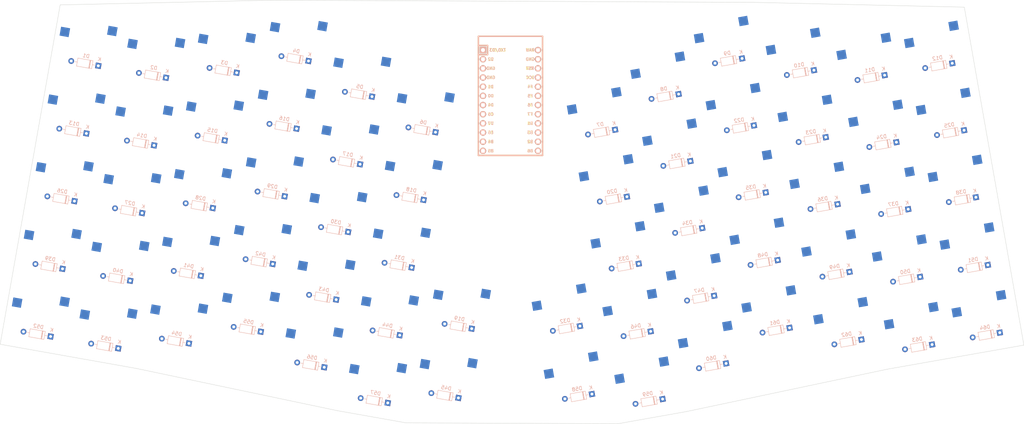
<source format=kicad_pcb>
(kicad_pcb (version 20211014) (generator pcbnew)
  (layers (0 "F.Cu" signal) (31 "B.Cu" signal) (34 "B.Paste" user) (35 "F.Paste" user) (36 "B.SilkS" user "B.Silkscreen") (37 "F.SilkS" user "F.Silkscreen") (38 "B.Mask" user) (39 "F.Mask" user) (44 "Edge.Cuts" user))
  (net 0 "")
  (net 1 "ROW 0")
  (net 2 "Net-(D1-Pad2)")
  (net 3 "Net-(D2-Pad2)")
  (net 4 "Net-(D3-Pad2)")
  (net 5 "Net-(D4-Pad2)")
  (net 6 "Net-(D5-Pad2)")
  (net 7 "Net-(D6-Pad2)")
  (net 8 "Net-(D7-Pad2)")
  (net 9 "Net-(D8-Pad2)")
  (net 10 "Net-(D9-Pad2)")
  (net 11 "Net-(D10-Pad2)")
  (net 12 "Net-(D11-Pad2)")
  (net 13 "Net-(D12-Pad2)")
  (net 14 "ROW 1")
  (net 15 "Net-(D13-Pad2)")
  (net 16 "Net-(D14-Pad2)")
  (net 17 "Net-(D15-Pad2)")
  (net 18 "Net-(D16-Pad2)")
  (net 19 "Net-(D17-Pad2)")
  (net 20 "Net-(D18-Pad2)")
  (net 21 "Net-(D19-Pad2)")
  (net 22 "Net-(D20-Pad2)")
  (net 23 "Net-(D21-Pad2)")
  (net 24 "Net-(D22-Pad2)")
  (net 25 "Net-(D23-Pad2)")
  (net 26 "Net-(D24-Pad2)")
  (net 27 "Net-(D25-Pad2)")
  (net 28 "ROW 2")
  (net 29 "Net-(D26-Pad2)")
  (net 30 "Net-(D27-Pad2)")
  (net 31 "Net-(D28-Pad2)")
  (net 32 "Net-(D29-Pad2)")
  (net 33 "Net-(D30-Pad2)")
  (net 34 "Net-(D31-Pad2)")
  (net 35 "Net-(D32-Pad2)")
  (net 36 "Net-(D33-Pad2)")
  (net 37 "Net-(D34-Pad2)")
  (net 38 "Net-(D35-Pad2)")
  (net 39 "Net-(D36-Pad2)")
  (net 40 "Net-(D37-Pad2)")
  (net 41 "Net-(D38-Pad2)")
  (net 42 "ROW 3")
  (net 43 "Net-(D39-Pad2)")
  (net 44 "Net-(D40-Pad2)")
  (net 45 "Net-(D41-Pad2)")
  (net 46 "Net-(D42-Pad2)")
  (net 47 "Net-(D43-Pad2)")
  (net 48 "Net-(D44-Pad2)")
  (net 49 "Net-(D45-Pad2)")
  (net 50 "Net-(D46-Pad2)")
  (net 51 "Net-(D47-Pad2)")
  (net 52 "Net-(D48-Pad2)")
  (net 53 "Net-(D49-Pad2)")
  (net 54 "Net-(D50-Pad2)")
  (net 55 "Net-(D51-Pad2)")
  (net 56 "ROW 4")
  (net 57 "Net-(D52-Pad2)")
  (net 58 "Net-(D53-Pad2)")
  (net 59 "Net-(D54-Pad2)")
  (net 60 "Net-(D55-Pad2)")
  (net 61 "Net-(D56-Pad2)")
  (net 62 "Net-(D57-Pad2)")
  (net 63 "Net-(D58-Pad2)")
  (net 64 "Net-(D59-Pad2)")
  (net 65 "Net-(D60-Pad2)")
  (net 66 "Net-(D61-Pad2)")
  (net 67 "Net-(D62-Pad2)")
  (net 68 "Net-(D63-Pad2)")
  (net 69 "Net-(D64-Pad2)")
  (net 70 "COL 0")
  (net 71 "COL 1")
  (net 72 "COL 2")
  (net 73 "COL 3")
  (net 74 "COL 4")
  (net 75 "COL 5")
  (net 76 "COL 7")
  (net 77 "COL 8")
  (net 78 "COL 9")
  (net 79 "COL 10")
  (net 80 "COL 11")
  (net 81 "COL 12")
  (net 82 "COL 6")
  (footprint "MX_Only:MXOnly-1U-Hotswap" (layer "F.Cu") (at 469.741386 338.454587 10)
    (fp_text reference "SW61")
    (fp_text value "MX_SW_HS")
    (pad "" np_thru_hole circle locked (at -5.08 0 58.0996) (size 1.75 1.75) (drill 1.75) (layers *.Cu *.Mask))
    (pad "" np_thru_hole circle locked (at 2.54 -5.08 10) (size 3 3) (drill 3) (layers *.Cu *.Mask))
    (pad "" np_thru_hole circle locked (at -3.81 -2.54 10) (size 3 3) (drill 3) (layers *.Cu *.Mask))
    (pad "" np_thru_hole circle locked (at 5.08 0 58.0996) (size 1.75 1.75) (drill 1.75) (layers *.Cu *.Mask))
    (pad "" np_thru_hole circle locked (at 0 0 10) (size 3.9878 3.9878) (drill 3.9878) (layers *.Cu *.Mask))
    (pad "1" smd rect locked (at -7.085 -2.54 10) (size 2.55 2.5) (layers "B.Cu" "B.Paste" "B.Mask") (net 78 "COL 9"))
    (pad "2" smd rect locked (at 5.842 -5.08 10) (size 2.55 2.5) (layers "B.Cu" "B.Paste" "B.Mask") (net 66 "Net-(D61-Pad2)"))
  )
  (footprint "MX_Only:MXOnly-1U-Hotswap" (layer "F.Cu") (at 414.948222 356.820844 10)
    (fp_text reference "SW58")
    (fp_text value "MX_SW_HS")
    (pad "" np_thru_hole circle locked (at 5.08 0 58.0996) (size 1.75 1.75) (drill 1.75) (layers *.Cu *.Mask))
    (pad "" np_thru_hole circle locked (at 2.54 -5.08 10) (size 3 3) (drill 3) (layers *.Cu *.Mask))
    (pad "" np_thru_hole circle locked (at -5.08 0 58.0996) (size 1.75 1.75) (drill 1.75) (layers *.Cu *.Mask))
    (pad "" np_thru_hole circle locked (at -3.81 -2.54 10) (size 3 3) (drill 3) (layers *.Cu *.Mask))
    (pad "" np_thru_hole circle locked (at 0 0 10) (size 3.9878 3.9878) (drill 3.9878) (layers *.Cu *.Mask))
    (pad "1" smd rect locked (at -7.085 -2.54 10) (size 2.55 2.5) (layers "B.Cu" "B.Paste" "B.Mask") (net 82 "COL 6"))
    (pad "2" smd rect locked (at 5.842 -5.08 10) (size 2.55 2.5) (layers "B.Cu" "B.Paste" "B.Mask") (net 63 "Net-(D58-Pad2)"))
  )
  (footprint "MX_Only:MXOnly-1U-Hotswap" (layer "F.Cu") (at 269.950003 320.817408 -10)
    (fp_text reference "SW39")
    (fp_text value "MX_SW_HS")
    (pad "" np_thru_hole circle locked (at 0 0 350) (size 3.9878 3.9878) (drill 3.9878) (layers *.Cu *.Mask))
    (pad "" np_thru_hole circle locked (at -5.08 0 38.0996) (size 1.75 1.75) (drill 1.75) (layers *.Cu *.Mask))
    (pad "" np_thru_hole circle locked (at 2.54 -5.08 350) (size 3 3) (drill 3) (layers *.Cu *.Mask))
    (pad "" np_thru_hole circle locked (at 5.08 0 38.0996) (size 1.75 1.75) (drill 1.75) (layers *.Cu *.Mask))
    (pad "" np_thru_hole circle locked (at -3.81 -2.54 350) (size 3 3) (drill 3) (layers *.Cu *.Mask))
    (pad "1" smd rect locked (at -7.085 -2.54 350) (size 2.55 2.5) (layers "B.Cu" "B.Paste" "B.Mask") (net 70 "COL 0"))
    (pad "2" smd rect locked (at 5.842 -5.08 350) (size 2.55 2.5) (layers "B.Cu" "B.Paste" "B.Mask") (net 43 "Net-(D39-Pad2)"))
  )
  (footprint "MX_Only:MXOnly-1U-Hotswap" (layer "F.Cu") (at 445.522602 310.807616 10)
    (fp_text reference "SW34")
    (fp_text value "MX_SW_HS")
    (pad "" np_thru_hole circle locked (at 5.08 0 58.0996) (size 1.75 1.75) (drill 1.75) (layers *.Cu *.Mask))
    (pad "" np_thru_hole circle locked (at 0 0 10) (size 3.9878 3.9878) (drill 3.9878) (layers *.Cu *.Mask))
    (pad "" np_thru_hole circle locked (at -5.08 0 58.0996) (size 1.75 1.75) (drill 1.75) (layers *.Cu *.Mask))
    (pad "" np_thru_hole circle locked (at 2.54 -5.08 10) (size 3 3) (drill 3) (layers *.Cu *.Mask))
    (pad "" np_thru_hole circle locked (at -3.81 -2.54 10) (size 3 3) (drill 3) (layers *.Cu *.Mask))
    (pad "1" smd rect locked (at -7.085 -2.54 10) (size 2.55 2.5) (layers "B.Cu" "B.Paste" "B.Mask") (net 77 "COL 8"))
    (pad "2" smd rect locked (at 5.842 -5.08 10) (size 2.55 2.5) (layers "B.Cu" "B.Paste" "B.Mask") (net 37 "Net-(D34-Pad2)"))
  )
  (footprint "MX_Only:MXOnly-1U-Hotswap" (layer "F.Cu") (at 279.873996 264.535645 -10)
    (fp_text reference "SW1")
    (fp_text value "MX_SW_HS")
    (pad "" np_thru_hole circle locked (at 5.08 0 38.0996) (size 1.75 1.75) (drill 1.75) (layers *.Cu *.Mask))
    (pad "" np_thru_hole circle locked (at 2.54 -5.08 350) (size 3 3) (drill 3) (layers *.Cu *.Mask))
    (pad "" np_thru_hole circle locked (at -3.81 -2.54 350) (size 3 3) (drill 3) (layers *.Cu *.Mask))
    (pad "" np_thru_hole circle locked (at 0 0 350) (size 3.9878 3.9878) (drill 3.9878) (layers *.Cu *.Mask))
    (pad "" np_thru_hole circle locked (at -5.08 0 38.0996) (size 1.75 1.75) (drill 1.75) (layers *.Cu *.Mask))
    (pad "1" smd rect locked (at -7.085 -2.54 350) (size 2.55 2.5) (layers "B.Cu" "B.Paste" "B.Mask") (net 70 "COL 0"))
    (pad "2" smd rect locked (at 5.842 -5.08 350) (size 2.55 2.5) (layers "B.Cu" "B.Paste" "B.Mask") (net 2 "Net-(D1-Pad2)"))
  )
  (footprint "MX_Only:MXOnly-1U-Hotswap" (layer "F.Cu") (at 496.081529 268.427806 10)
    (fp_text reference "SW11")
    (fp_text value "MX_SW_HS")
    (pad "" np_thru_hole circle locked (at 2.54 -5.08 10) (size 3 3) (drill 3) (layers *.Cu *.Mask))
    (pad "" np_thru_hole circle locked (at 5.08 0 58.0996) (size 1.75 1.75) (drill 1.75) (layers *.Cu *.Mask))
    (pad "" np_thru_hole circle locked (at -5.08 0 58.0996) (size 1.75 1.75) (drill 1.75) (layers *.Cu *.Mask))
    (pad "" np_thru_hole circle locked (at -3.81 -2.54 10) (size 3 3) (drill 3) (layers *.Cu *.Mask))
    (pad "" np_thru_hole circle locked (at 0 0 10) (size 3.9878 3.9878) (drill 3.9878) (layers *.Cu *.Mask))
    (pad "1" smd rect locked (at -7.085 -2.54 10) (size 2.55 2.5) (layers "B.Cu" "B.Paste" "B.Mask") (net 80 "COL 11"))
    (pad "2" smd rect locked (at 5.842 -5.08 10) (size 2.55 2.5) (layers "B.Cu" "B.Paste" "B.Mask") (net 12 "Net-(D11-Pad2)"))
  )
  (footprint "MX_Only:MXOnly-1U-Hotswap" (layer "F.Cu") (at 518.117035 283.69279 10)
    (fp_text reference "SW25")
    (fp_text value "MX_SW_HS")
    (pad "" np_thru_hole circle locked (at 0 0 10) (size 3.9878 3.9878) (drill 3.9878) (layers *.Cu *.Mask))
    (pad "" np_thru_hole circle locked (at 2.54 -5.08 10) (size 3 3) (drill 3) (layers *.Cu *.Mask))
    (pad "" np_thru_hole circle locked (at 5.08 0 58.0996) (size 1.75 1.75) (drill 1.75) (layers *.Cu *.Mask))
    (pad "" np_thru_hole circle locked (at -5.08 0 58.0996) (size 1.75 1.75) (drill 1.75) (layers *.Cu *.Mask))
    (pad "" np_thru_hole circle locked (at -3.81 -2.54 10) (size 3 3) (drill 3) (layers *.Cu *.Mask))
    (pad "1" smd rect locked (at -7.085 -2.54 10) (size 2.55 2.5) (layers "B.Cu" "B.Paste" "B.Mask") (net 81 "COL 12"))
    (pad "2" smd rect locked (at 5.842 -5.08 10) (size 2.55 2.5) (layers "B.Cu" "B.Paste" "B.Mask") (net 27 "Net-(D25-Pad2)"))
  )
  (footprint "MX_Only:MXOnly-1U-Hotswap" (layer "F.Cu") (at 349.127351 310.598665 -10)
    (fp_text reference "SW30")
    (fp_text value "MX_SW_HS")
    (pad "" np_thru_hole circle locked (at -3.81 -2.54 350) (size 3 3) (drill 3) (layers *.Cu *.Mask))
    (pad "" np_thru_hole circle locked (at -5.08 0 38.0996) (size 1.75 1.75) (drill 1.75) (layers *.Cu *.Mask))
    (pad "" np_thru_hole circle locked (at 0 0 350) (size 3.9878 3.9878) (drill 3.9878) (layers *.Cu *.Mask))
    (pad "" np_thru_hole circle locked (at 2.54 -5.08 350) (size 3 3) (drill 3) (layers *.Cu *.Mask))
    (pad "" np_thru_hole circle locked (at 5.08 0 38.0996) (size 1.75 1.75) (drill 1.75) (layers *.Cu *.Mask))
    (pad "1" smd rect locked (at -7.085 -2.54 350) (size 2.55 2.5) (layers "B.Cu" "B.Paste" "B.Mask") (net 74 "COL 4"))
    (pad "2" smd rect locked (at 5.842 -5.08 350) (size 2.55 2.5) (layers "B.Cu" "B.Paste" "B.Mask") (net 33 "Net-(D30-Pad2)"))
  )
  (footprint "MX_Only:MXOnly-1U-Hotswap" (layer "F.Cu") (at 476.493942 267.045656 10)
    (fp_text reference "SW10")
    (fp_text value "MX_SW_HS")
    (pad "" np_thru_hole circle locked (at -5.08 0 58.0996) (size 1.75 1.75) (drill 1.75) (layers *.Cu *.Mask))
    (pad "" np_thru_hole circle locked (at -3.81 -2.54 10) (size 3 3) (drill 3) (layers *.Cu *.Mask))
    (pad "" np_thru_hole circle locked (at 5.08 0 58.0996) (size 1.75 1.75) (drill 1.75) (layers *.Cu *.Mask))
    (pad "" np_thru_hole circle locked (at 2.54 -5.08 10) (size 3 3) (drill 3) (layers *.Cu *.Mask))
    (pad "" np_thru_hole circle locked (at 0 0 10) (size 3.9878 3.9878) (drill 3.9878) (layers *.Cu *.Mask))
    (pad "1" smd rect locked (at -7.085 -2.54 10) (size 2.55 2.5) (layers "B.Cu" "B.Paste" "B.Mask") (net 79 "COL 10"))
    (pad "2" smd rect locked (at 5.842 -5.08 10) (size 2.55 2.5) (layers "B.Cu" "B.Paste" "B.Mask") (net 11 "Net-(D10-Pad2)"))
  )
  (footprint "MX_Only:MXOnly-1U-Hotswap" (layer "F.Cu") (at 342.511356 348.119839 -10)
    (fp_text reference "SW56")
    (fp_text value "MX_SW_HS")
    (pad "" np_thru_hole circle locked (at 5.08 0 38.0996) (size 1.75 1.75) (drill 1.75) (layers *.Cu *.Mask))
    (pad "" np_thru_hole circle locked (at 0 0 350) (size 3.9878 3.9878) (drill 3.9878) (layers *.Cu *.Mask))
    (pad "" np_thru_hole circle locked (at -3.81 -2.54 350) (size 3 3) (drill 3) (layers *.Cu *.Mask))
    (pad "" np_thru_hole circle locked (at -5.08 0 38.0996) (size 1.75 1.75) (drill 1.75) (layers *.Cu *.Mask))
    (pad "" np_thru_hole circle locked (at 2.54 -5.08 350) (size 3 3) (drill 3) (layers *.Cu *.Mask))
    (pad "1" smd rect locked (at -7.085 -2.54 350) (size 2.55 2.5) (layers "B.Cu" "B.Paste" "B.Mask") (net 74 "COL 4"))
    (pad "2" smd rect locked (at 5.842 -5.08 350) (size 2.55 2.5) (layers "B.Cu" "B.Paste" "B.Mask") (net 61 "Net-(D56-Pad2)"))
  )
  (footprint "MX_Only:MXOnly-1U-Hotswap" (layer "F.Cu") (at 479.76886 285.618638 10)
    (fp_text reference "SW23")
    (fp_text value "MX_SW_HS")
    (pad "" np_thru_hole circle locked (at 0 0 10) (size 3.9878 3.9878) (drill 3.9878) (layers *.Cu *.Mask))
    (pad "" np_thru_hole circle locked (at -3.81 -2.54 10) (size 3 3) (drill 3) (layers *.Cu *.Mask))
    (pad "" np_thru_hole circle locked (at 5.08 0 58.0996) (size 1.75 1.75) (drill 1.75) (layers *.Cu *.Mask))
    (pad "" np_thru_hole circle locked (at 2.54 -5.08 10) (size 3 3) (drill 3) (layers *.Cu *.Mask))
    (pad "" np_thru_hole circle locked (at -5.08 0 58.0996) (size 1.75 1.75) (drill 1.75) (layers *.Cu *.Mask))
    (pad "1" smd rect locked (at -7.085 -2.54 10) (size 2.55 2.5) (layers "B.Cu" "B.Paste" "B.Mask") (net 79 "COL 10"))
    (pad "2" smd rect locked (at 5.842 -5.08 10) (size 2.55 2.5) (layers "B.Cu" "B.Paste" "B.Mask") (net 25 "Net-(D23-Pad2)"))
  )
  (footprint "MX_Only:MXOnly-1U-Hotswap" (layer "F.Cu") (at 438.972767 273.661652 10)
    (fp_text reference "SW8")
    (fp_text value "MX_SW_HS")
    (pad "" np_thru_hole circle locked (at -3.81 -2.54 10) (size 3 3) (drill 3) (layers *.Cu *.Mask))
    (pad "" np_thru_hole circle locked (at 5.08 0 58.0996) (size 1.75 1.75) (drill 1.75) (layers *.Cu *.Mask))
    (pad "" np_thru_hole circle locked (at -5.08 0 58.0996) (size 1.75 1.75) (drill 1.75) (layers *.Cu *.Mask))
    (pad "" np_thru_hole circle locked (at 0 0 10) (size 3.9878 3.9878) (drill 3.9878) (layers *.Cu *.Mask))
    (pad "" np_thru_hole circle locked (at 2.54 -5.08 10) (size 3 3) (drill 3) (layers *.Cu *.Mask))
    (pad "1" smd rect locked (at -7.085 -2.54 10) (size 2.55 2.5) (layers "B.Cu" "B.Paste" "B.Mask") (net 77 "COL 8"))
    (pad "2" smd rect locked (at 5.842 -5.08 10) (size 2.55 2.5) (layers "B.Cu" "B.Paste" "B.Mask") (net 9 "Net-(D8-Pad2)"))
  )
  (footprint "MX_Only:MXOnly-1U-Hotswap" (layer "F.Cu") (at 452.138598 348.32879 10)
    (fp_text reference "SW60")
    (fp_text value "MX_SW_HS")
    (pad "" np_thru_hole circle locked (at 5.08 0 58.0996) (size 1.75 1.75) (drill 1.75) (layers *.Cu *.Mask))
    (pad "" np_thru_hole circle locked (at 0 0 10) (size 3.9878 3.9878) (drill 3.9878) (layers *.Cu *.Mask))
    (pad "" np_thru_hole circle locked (at -3.81 -2.54 10) (size 3 3) (drill 3) (layers *.Cu *.Mask))
    (pad "" np_thru_hole circle locked (at 2.54 -5.08 10) (size 3 3) (drill 3) (layers *.Cu *.Mask))
    (pad "" np_thru_hole circle locked (at -5.08 0 58.0996) (size 1.75 1.75) (drill 1.75) (layers *.Cu *.Mask))
    (pad "1" smd rect locked (at -7.085 -2.54 10) (size 2.55 2.5) (layers "B.Cu" "B.Paste" "B.Mask") (net 77 "COL 8"))
    (pad "2" smd rect locked (at 5.842 -5.08 10) (size 2.55 2.5) (layers "B.Cu" "B.Paste" "B.Mask") (net 65 "Net-(D60-Pad2)"))
  )
  (footprint "MX_Only:MXOnly-1U-Hotswap" (layer "F.Cu") (at 308.298178 322.743257 -10)
    (fp_text reference "SW41")
    (fp_text value "MX_SW_HS")
    (pad "" np_thru_hole circle locked (at 0 0 350) (size 3.9878 3.9878) (drill 3.9878) (layers *.Cu *.Mask))
    (pad "" np_thru_hole circle locked (at -5.08 0 38.0996) (size 1.75 1.75) (drill 1.75) (layers *.Cu *.Mask))
    (pad "" np_thru_hole circle locked (at 2.54 -5.08 350) (size 3 3) (drill 3) (layers *.Cu *.Mask))
    (pad "" np_thru_hole circle locked (at 5.08 0 38.0996) (size 1.75 1.75) (drill 1.75) (layers *.Cu *.Mask))
    (pad "" np_thru_hole circle locked (at -3.81 -2.54 350) (size 3 3) (drill 3) (layers *.Cu *.Mask))
    (pad "1" smd rect locked (at -7.085 -2.54 350) (size 2.55 2.5) (layers "B.Cu" "B.Paste" "B.Mask") (net 72 "COL 2"))
    (pad "2" smd rect locked (at 5.842 -5.08 350) (size 2.55 2.5) (layers "B.Cu" "B.Paste" "B.Mask") (net 45 "Net-(D41-Pad2)"))
  )
  (footprint "MX_Only:MXOnly-1U-Hotswap" (layer "F.Cu") (at 434.535809 358.202994 10)
    (fp_text reference "SW59")
    (fp_text value "MX_SW_HS")
    (pad "" np_thru_hole circle locked (at -3.81 -2.54 10) (size 3 3) (drill 3) (layers *.Cu *.Mask))
    (pad "" np_thru_hole circle locked (at -5.08 0 58.0996) (size 1.75 1.75) (drill 1.75) (layers *.Cu *.Mask))
    (pad "" np_thru_hole circle locked (at 0 0 10) (size 3.9878 3.9878) (drill 3.9878) (layers *.Cu *.Mask))
    (pad "" np_thru_hole circle locked (at 2.54 -5.08 10) (size 3 3) (drill 3) (layers *.Cu *.Mask))
    (pad "" np_thru_hole circle locked (at 5.08 0 58.0996) (size 1.75 1.75) (drill 1.75) (layers *.Cu *.Mask))
    (pad "1" smd rect locked (at -7.085 -2.54 10) (size 2.55 2.5) (layers "B.Cu" "B.Paste" "B.Mask") (net 76 "COL 7"))
    (pad "2" smd rect locked (at 5.842 -5.08 10) (size 2.55 2.5) (layers "B.Cu" "B.Paste" "B.Mask") (net 64 "Net-(D59-Pad2)"))
  )
  (footprint "MX_Only:MXOnly-1U-Hotswap" (layer "F.Cu") (at 459.850473 282.36043 10)
    (fp_text reference "SW22")
    (fp_text value "MX_SW_HS")
    (pad "" np_thru_hole circle locked (at 2.54 -5.08 10) (size 3 3) (drill 3) (layers *.Cu *.Mask))
    (pad "" np_thru_hole circle locked (at 5.08 0 58.0996) (size 1.75 1.75) (drill 1.75) (layers *.Cu *.Mask))
    (pad "" np_thru_hole circle locked (at -3.81 -2.54 10) (size 3 3) (drill 3) (layers *.Cu *.Mask))
    (pad "" np_thru_hole circle locked (at -5.08 0 58.0996) (size 1.75 1.75) (drill 1.75) (layers *.Cu *.Mask))
    (pad "" np_thru_hole circle locked (at 0 0 10) (size 3.9878 3.9878) (drill 3.9878) (layers *.Cu *.Mask))
    (pad "1" smd rect locked (at -7.085 -2.54 10) (size 2.55 2.5) (layers "B.Cu" "B.Paste" "B.Mask") (net 78 "COL 9"))
    (pad "2" smd rect locked (at 5.842 -5.08 10) (size 2.55 2.5) (layers "B.Cu" "B.Paste" "B.Mask") (net 24 "Net-(D22-Pad2)"))
  )
  (footprint "MX_Only:MXOnly-1U-Hotswap" (layer "F.Cu") (at 483.043778 304.19162 10)
    (fp_text reference "SW36")
    (fp_text value "MX_SW_HS")
    (pad "" np_thru_hole circle locked (at -5.08 0 58.0996) (size 1.75 1.75) (drill 1.75) (layers *.Cu *.Mask))
    (pad "" np_thru_hole circle locked (at -3.81 -2.54 10) (size 3 3) (drill 3) (layers *.Cu *.Mask))
    (pad "" np_thru_hole circle locked (at 2.54 -5.08 10) (size 3 3) (drill 3) (layers *.Cu *.Mask))
    (pad "" np_thru_hole circle locked (at 0 0 10) (size 3.9878 3.9878) (drill 3.9878) (layers *.Cu *.Mask))
    (pad "" np_thru_hole circle locked (at 5.08 0 58.0996) (size 1.75 1.75) (drill 1.75) (layers *.Cu *.Mask))
    (pad "1" smd rect locked (at -7.085 -2.54 10) (size 2.55 2.5) (layers "B.Cu" "B.Paste" "B.Mask") (net 79 "COL 10"))
    (pad "2" smd rect locked (at 5.842 -5.08 10) (size 2.55 2.5) (layers "B.Cu" "B.Paste" "B.Mask") (net 39 "Net-(D36-Pad2)"))
  )
  (footprint "MX_Only:MXOnly-1U-Hotswap" (layer "F.Cu") (at 486.351775 322.952207 10)
    (fp_text reference "SW49")
    (fp_text value "MX_SW_HS")
    (pad "" np_thru_hole circle locked (at 0 0 10) (size 3.9878 3.9878) (drill 3.9878) (layers *.Cu *.Mask))
    (pad "" np_thru_hole circle locked (at 2.54 -5.08 10) (size 3 3) (drill 3) (layers *.Cu *.Mask))
    (pad "" np_thru_hole circle locked (at -3.81 -2.54 10) (size 3 3) (drill 3) (layers *.Cu *.Mask))
    (pad "" np_thru_hole circle locked (at 5.08 0 58.0996) (size 1.75 1.75) (drill 1.75) (layers *.Cu *.Mask))
    (pad "" np_thru_hole circle locked (at -5.08 0 58.0996) (size 1.75 1.75) (drill 1.75) (layers *.Cu *.Mask))
    (pad "1" smd rect locked (at -7.085 -2.54 10) (size 2.55 2.5) (layers "B.Cu" "B.Paste" "B.Mask") (net 79 "COL 10"))
    (pad "2" smd rect locked (at 5.842 -5.08 10) (size 2.55 2.5) (layers "B.Cu" "B.Paste" "B.Mask") (net 53 "Net-(D49-Pad2)"))
  )
  (footprint "MX_Only:MXOnly-1U-Hotswap" (layer "F.Cu") (at 345.819353 329.359253 -10)
    (fp_text reference "SW43")
    (fp_text value "MX_SW_HS")
    (pad "" np_thru_hole circle locked (at 5.08 0 38.0996) (size 1.75 1.75) (drill 1.75) (layers *.Cu *.Mask))
    (pad "" np_thru_hole circle locked (at -3.81 -2.54 350) (size 3 3) (drill 3) (layers *.Cu *.Mask))
    (pad "" np_thru_hole circle locked (at 2.54 -5.08 350) (size 3 3) (drill 3) (layers *.Cu *.Mask))
    (pad "" np_thru_hole circle locked (at 0 0 350) (size 3.9878 3.9878) (drill 3.9878) (layers *.Cu *.Mask))
    (pad "" np_thru_hole circle locked (at -5.08 0 38.0996) (size 1.75 1.75) (drill 1.75) (layers *.Cu *.Mask))
    (pad "1" smd rect locked (at -7.085 -2.54 350) (size 2.55 2.5) (layers "B.Cu" "B.Paste" "B.Mask") (net 74 "COL 4"))
    (pad "2" smd rect locked (at 5.842 -5.08 350) (size 2.55 2.5) (layers "B.Cu" "B.Paste" "B.Mask") (net 47 "Net-(D43-Pad2)"))
  )
  (footprint "MX_Only:MXOnly-1U-Hotswap" (layer "F.Cu") (at 338.140558 263.203286 -10)
    (fp_text reference "SW4")
    (fp_text value "MX_SW_HS")
    (pad "" np_thru_hole circle locked (at 2.54 -5.08 350) (size 3 3) (drill 3) (layers *.Cu *.Mask))
    (pad "" np_thru_hole circle locked (at -3.81 -2.54 350) (size 3 3) (drill 3) (layers *.Cu *.Mask))
    (pad "" np_thru_hole circle locked (at -5.08 0 38.0996) (size 1.75 1.75) (drill 1.75) (layers *.Cu *.Mask))
    (pad "" np_thru_hole circle locked (at 0 0 350) (size 3.9878 3.9878) (drill 3.9878) (layers *.Cu *.Mask))
    (pad "" np_thru_hole circle locked (at 5.08 0 38.0996) (size 1.75 1.75) (drill 1.75) (layers *.Cu *.Mask))
    (pad "1" smd rect locked (at -7.085 -2.54 350) (size 2.55 2.5) (layers "B.Cu" "B.Paste" "B.Mask") (net 73 "COL 3"))
    (pad "2" smd rect locked (at 5.842 -5.08 350) (size 2.55 2.5) (layers "B.Cu" "B.Paste" "B.Mask") (net 5 "Net-(D4-Pad2)"))
  )
  (footprint "MX_Only:MXOnly-1U-Hotswap" (layer "F.Cu") (at 273.258001 302.056821 -10)
    (fp_text reference "SW26")
    (fp_text value "MX_SW_HS")
    (pad "" np_thru_hole circle locked (at -5.08 0 38.0996) (size 1.75 1.75) (drill 1.75) (layers *.Cu *.Mask))
    (pad "" np_thru_hole circle locked (at -3.81 -2.54 350) (size 3 3) (drill 3) (layers *.Cu *.Mask))
    (pad "" np_thru_hole circle locked (at 2.54 -5.08 350) (size 3 3) (drill 3) (layers *.Cu *.Mask))
    (pad "" np_thru_hole circle locked (at 5.08 0 38.0996) (size 1.75 1.75) (drill 1.75) (layers *.Cu *.Mask))
    (pad "" np_thru_hole circle locked (at 0 0 350) (size 3.9878 3.9878) (drill 3.9878) (layers *.Cu *.Mask))
    (pad "1" smd rect locked (at -7.085 -2.54 350) (size 2.55 2.5) (layers "B.Cu" "B.Paste" "B.Mask") (net 70 "COL 0"))
    (pad "2" smd rect locked (at 5.842 -5.08 350) (size 2.55 2.5) (layers "B.Cu" "B.Paste" "B.Mask") (net 29 "Net-(D26-Pad2)"))
  )
  (footprint "MX_Only:MXOnly-1U-Hotswap" (layer "F.Cu") (at 427.919814 320.681819 10)
    (fp_text reference "SW33")
    (fp_text value "MX_SW_HS")
    (pad "" np_thru_hole circle locked (at -5.08 0 58.0996) (size 1.75 1.75) (drill 1.75) (layers *.Cu *.Mask))
    (pad "" np_thru_hole circle locked (at 2.54 -5.08 10) (size 3 3) (drill 3) (layers *.Cu *.Mask))
    (pad "" np_thru_hole circle locked (at 5.08 0 58.0996) (size 1.75 1.75) (drill 1.75) (layers *.Cu *.Mask))
    (pad "" np_thru_hole circle locked (at -3.81 -2.54 10) (size 3 3) (drill 3) (layers *.Cu *.Mask))
    (pad "" np_thru_hole circle locked (at 0 0 10) (size 3.9878 3.9878) (drill 3.9878) (layers *.Cu *.Mask))
    (pad "1" smd rect locked (at -7.085 -2.54 10) (size 2.55 2.5) (layers "B.Cu" "B.Paste" "B.Mask") (net 76 "COL 7"))
    (pad "2" smd rect locked (at 5.842 -5.08 10) (size 2.55 2.5) (layers "B.Cu" "B.Paste" "B.Mask") (net 36 "Net-(D33-Pad2)"))
  )
  (footprint "MX_Only:MXOnly-1U-Hotswap" (layer "F.Cu") (at 489.659773 341.712794 10)
    (fp_text reference "SW62")
    (fp_text value "MX_SW_HS")
    (pad "" np_thru_hole circle locked (at -3.81 -2.54 10) (size 3 3) (drill 3) (layers *.Cu *.Mask))
    (pad "" np_thru_hole circle locked (at -5.08 0 58.0996) (size 1.75 1.75) (drill 1.75) (layers *.Cu *.Mask))
    (pad "" np_thru_hole circle locked (at 2.54 -5.08 10) (size 3 3) (drill 3) (layers *.Cu *.Mask))
    (pad "" np_thru_hole circle locked (at 0 0 10) (size 3.9878 3.9878) (drill 3.9878) (layers *.Cu *.Mask))
    (pad "" np_thru_hole circle locked (at 5.08 0 58.0996) (size 1.75 1.75) (drill 1.75) (layers *.Cu *.Mask))
    (pad "1" smd rect locked (at -7.085 -2.54 10) (size 2.55 2.5) (layers "B.Cu" "B.Paste" "B.Mask") (net 79 "COL 10"))
    (pad "2" smd rect locked (at 5.842 -5.08 10) (size 2.55 2.5) (layers "B.Cu" "B.Paste" "B.Mask") (net 67 "Net-(D62-Pad2)"))
  )
  (footprint "MX_Only:MXOnly-1U-Hotswap" (layer "F.Cu") (at 331.524562 300.724461 -10)
    (fp_text reference "SW29")
    (fp_text value "MX_SW_HS")
    (pad "" np_thru_hole circle locked (at 2.54 -5.08 350) (size 3 3) (drill 3) (layers *.Cu *.Mask))
    (pad "" np_thru_hole circle locked (at 5.08 0 38.0996) (size 1.75 1.75) (drill 1.75) (layers *.Cu *.Mask))
    (pad "" np_thru_hole circle locked (at -3.81 -2.54 350) (size 3 3) (drill 3) (layers *.Cu *.Mask))
    (pad "" np_thru_hole circle locked (at -5.08 0 38.0996) (size 1.75 1.75) (drill 1.75) (layers *.Cu *.Mask))
    (pad "" np_thru_hole circle locked (at 0 0 350) (size 3.9878 3.9878) (drill 3.9878) (layers *.Cu *.Mask))
    (pad "1" smd rect locked (at -7.085 -2.54 350) (size 2.55 2.5) (layers "B.Cu" "B.Paste" "B.Mask") (net 73 "COL 3"))
    (pad "2" smd rect locked (at 5.842 -5.08 350) (size 2.55 2.5) (layers "B.Cu" "B.Paste" "B.Mask") (net 32 "Net-(D29-Pad2)"))
  )
  (footprint "MX_Only:MXOnly-1U-Hotswap" (layer "F.Cu") (at 528.007948 339.786946 10)
    (fp_text reference "SW64")
    (fp_text value "MX_SW_HS")
    (pad "" np_thru_hole circle locked (at 5.08 0 58.0996) (size 1.75 1.75) (drill 1.75) (layers *.Cu *.Mask))
    (pad "" np_thru_hole circle locked (at -3.81 -2.54 10) (size 3 3) (drill 3) (layers *.Cu *.Mask))
    (pad "" np_thru_hole circle locked (at 2.54 -5.08 10) (size 3 3) (drill 3) (layers *.Cu *.Mask))
    (pad "" np_thru_hole circle locked (at 0 0 10) (size 3.9878 3.9878) (drill 3.9878) (layers *.Cu *.Mask))
    (pad "" np_thru_hole circle locked (at -5.08 0 58.0996) (size 1.75 1.75) (drill 1.75) (layers *.Cu *.Mask))
    (pad "1" smd rect locked (at -7.085 -2.54 10) (size 2.55 2.5) (layers "B.Cu" "B.Paste" "B.Mask") (net 81 "COL 12"))
    (pad "2" smd rect locked (at 5.842 -5.08 10) (size 2.55 2.5) (layers "B.Cu" "B.Paste" "B.Mask") (net 69 "Net-(D64-Pad2)"))
  )
  (footprint "MX_Only:MXOnly-1U-Hotswap" (layer "F.Cu") (at 448.8306 329.568202 10)
    (fp_text reference "SW47")
    (fp_text value "MX_SW_HS")
    (pad "" np_thru_hole circle locked (at -5.08 0 58.0996) (size 1.75 1.75) (drill 1.75) (layers *.Cu *.Mask))
    (pad "" np_thru_hole circle locked (at 0 0 10) (size 3.9878 3.9878) (drill 3.9878) (layers *.Cu *.Mask))
    (pad "" np_thru_hole circle locked (at 2.54 -5.08 10) (size 3 3) (drill 3) (layers *.Cu *.Mask))
    (pad "" np_thru_hole circle locked (at -3.81 -2.54 10) (size 3 3) (drill 3) (layers *.Cu *.Mask))
    (pad "" np_thru_hole circle locked (at 5.08 0 58.0996) (size 1.75 1.75) (drill 1.75) (layers *.Cu *.Mask))
    (pad "1" smd rect locked (at -7.085 -2.54 10) (size 2.55 2.5) (layers "B.Cu" "B.Paste" "B.Mask") (net 77 "COL 8"))
    (pad "2" smd rect locked (at 5.842 -5.08 10) (size 2.55 2.5) (layers "B.Cu" "B.Paste" "B.Mask") (net 51 "Net-(D47-Pad2)"))
  )
  (footprint "MX_Only:MXOnly-1U-Hotswap" (layer "F.Cu") (at 324.908567 338.245636 -10)
    (fp_text reference "SW55")
    (fp_text value "MX_SW_HS")
    (pad "" np_thru_hole circle locked (at -3.81 -2.54 350) (size 3 3) (drill 3) (layers *.Cu *.Mask))
    (pad "" np_thru_hole circle locked (at 5.08 0 38.0996) (size 1.75 1.75) (drill 1.75) (layers *.Cu *.Mask))
    (pad "" np_thru_hole circle locked (at -5.08 0 38.0996) (size 1.75 1.75) (drill 1.75) (layers *.Cu *.Mask))
    (pad "" np_thru_hole circle locked (at 0 0 350) (size 3.9878 3.9878) (drill 3.9878) (layers *.Cu *.Mask))
    (pad "" np_thru_hole circle locked (at 2.54 -5.08 350) (size 3 3) (drill 3) (layers *.Cu *.Mask))
    (pad "1" smd rect locked (at -7.085 -2.54 350) (size 2.55 2.5) (layers "B.Cu" "B.Paste" "B.Mask") (net 73 "COL 3"))
    (pad "2" smd rect locked (at 5.842 -5.08 350) (size 2.55 2.5) (layers "B.Cu" "B.Paste" "B.Mask") (net 60 "Net-(D55-Pad2)"))
  )
  (footprint "MX_Only:MXOnly-1U-Hotswap" (layer "F.Cu") (at 288.710591 324.125406 -10)
    (fp_text reference "SW40")
    (fp_text value "MX_SW_HS")
    (pad "" np_thru_hole circle locked (at 2.54 -5.08 350) (size 3 3) (drill 3) (layers *.Cu *.Mask))
    (pad "" np_thru_hole circle locked (at -5.08 0 38.0996) (size 1.75 1.75) (drill 1.75) (layers *.Cu *.Mask))
    (pad "" np_thru_hole circle locked (at 0 0 350) (size 3.9878 3.9878) (drill 3.9878) (layers *.Cu *.Mask))
    (pad "" np_thru_hole circle locked (at 5.08 0 38.0996) (size 1.75 1.75) (drill 1.75) (layers *.Cu *.Mask))
    (pad "" np_thru_hole circle locked (at -3.81 -2.54 350) (size 3 3) (drill 3) (layers *.Cu *.Mask))
    (pad "1" smd rect locked (at -7.085 -2.54 350) (size 2.55 2.5) (layers "B.Cu" "B.Paste" "B.Mask") (net 71 "COL 1"))
    (pad "2" smd rect locked (at 5.842 -5.08 350) (size 2.55 2.5) (layers "B.Cu" "B.Paste" "B.Mask") (net 44 "Net-(D40-Pad2)"))
  )
  (footprint "MX_Only:MXOnly-1U-Hotswap" (layer "F.Cu") (at 502.631365 305.573769 10)
    (fp_text reference "SW37")
    (fp_text value "MX_SW_HS")
    (pad "" np_thru_hole circle locked (at -3.81 -2.54 10) (size 3 3) (drill 3) (layers *.Cu *.Mask))
    (pad "" np_thru_hole circle locked (at -5.08 0 58.0996) (size 1.75 1.75) (drill 1.75) (layers *.Cu *.Mask))
    (pad "" np_thru_hole circle locked (at 0 0 10) (size 3.9878 3.9878) (drill 3.9878) (layers *.Cu *.Mask))
    (pad "" np_thru_hole circle locked (at 2.54 -5.08 10) (size 3 3) (drill 3) (layers *.Cu *.Mask))
    (pad "" np_thru_hole circle locked (at 5.08 0 58.0996) (size 1.75 1.75) (drill 1.75) (layers *.Cu *.Mask))
    (pad "1" smd rect locked (at -7.085 -2.54 10) (size 2.55 2.5) (layers "B.Cu" "B.Paste" "B.Mask") (net 80 "COL 11"))
    (pad "2" smd rect locked (at 5.842 -5.08 10) (size 2.55 2.5) (layers "B.Cu" "B.Paste" "B.Mask") (net 40 "Net-(D37-Pad2)"))
  )
  (footprint "MX_Only:MXOnly-1U-Hotswap" (layer "F.Cu") (at 292.018588 305.364819 -10)
    (fp_text reference "SW27")
    (fp_text value "MX_SW_HS")
    (pad "" np_thru_hole circle locked (at 0 0 350) (size 3.9878 3.9878) (drill 3.9878) (layers *.Cu *.Mask))
    (pad "" np_thru_hole circle locked (at 2.54 -5.08 350) (size 3 3) (drill 3) (layers *.Cu *.Mask))
    (pad "" np_thru_hole circle locked (at -5.08 0 38.0996) (size 1.75 1.75) (drill 1.75) (layers *.Cu *.Mask))
    (pad "" np_thru_hole circle locked (at -3.81 -2.54 350) (size 3 3) (drill 3) (layers *.Cu *.Mask))
    (pad "" np_thru_hole circle locked (at 5.08 0 38.0996) (size 1.75 1.75) (drill 1.75) (layers *.Cu *.Mask))
    (pad "1" smd rect locked (at -7.085 -2.54 350) (size 2.55 2.5) (layers "B.Cu" "B.Paste" "B.Mask") (net 71 "COL 1"))
    (pad "2" smd rect locked (at 5.842 -5.08 350) (size 2.55 2.5) (layers "B.Cu" "B.Paste" "B.Mask") (net 30 "Net-(D27-Pad2)"))
  )
  (footprint "MX_Only:MXOnly-1U-Hotswap" (layer "F.Cu") (at 318.222171 266.461494 -10)
    (fp_text reference "SW3")
    (fp_text value "MX_SW_HS")
    (pad "" np_thru_hole circle locked (at -3.81 -2.54 350) (size 3 3) (drill 3) (layers *.Cu *.Mask))
    (pad "" np_thru_hole circle locked (at 0 0 350) (size 3.9878 3.9878) (drill 3.9878) (layers *.Cu *.Mask))
    (pad "" np_thru_hole circle locked (at 5.08 0 38.0996) (size 1.75 1.75) (drill 1.75) (layers *.Cu *.Mask))
    (pad "" np_thru_hole circle locked (at -5.08 0 38.0996) (size 1.75 1.75) (drill 1.75) (layers *.Cu *.Mask))
    (pad "" np_thru_hole circle locked (at 2.54 -5.08 350) (size 3 3) (drill 3) (layers *.Cu *.Mask))
    (pad "1" smd rect locked (at -7.085 -2.54 350) (size 2.55 2.5) (layers "B.Cu" "B.Paste" "B.Mask") (net 72 "COL 2"))
    (pad "2" smd rect locked (at 5.842 -5.08 350) (size 2.55 2.5) (layers "B.Cu" "B.Paste" "B.Mask") (net 4 "Net-(D3-Pad2)"))
  )
  (footprint "MX_Only:MXOnly-1U-Hotswap" (layer "F.Cu") (at 463.125391 300.933412 10)
    (fp_text reference "SW35")
    (fp_text value "MX_SW_HS")
    (pad "" np_thru_hole circle locked (at 0 0 10) (size 3.9878 3.9878) (drill 3.9878) (layers *.Cu *.Mask))
    (pad "" np_thru_hole circle locked (at 5.08 0 58.0996) (size 1.75 1.75) (drill 1.75) (layers *.Cu *.Mask))
    (pad "" np_thru_hole circle locked (at 2.54 -5.08 10) (size 3 3) (drill 3) (layers *.Cu *.Mask))
    (pad "" np_thru_hole circle locked (at -5.08 0 58.0996) (size 1.75 1.75) (drill 1.75) (layers *.Cu *.Mask))
    (pad "" np_thru_hole circle locked (at -3.81 -2.54 10) (size 3 3) (drill 3) (layers *.Cu *.Mask))
    (pad "1" smd rect locked (at -7.085 -2.54 10) (size 2.55 2.5) (layers "B.Cu" "B.Paste" "B.Mask") (net 78 "COL 9"))
    (pad "2" smd rect locked (at 5.842 -5.08 10) (size 2.55 2.5) (layers "B.Cu" "B.Paste" "B.Mask") (net 38 "Net-(D35-Pad2)"))
  )
  (footprint "MX_Only:MXOnly-1U-Hotswap" (layer "F.Cu") (at 431.227812 339.442406 10)
    (fp_text reference "SW46")
    (fp_text value "MX_SW_HS")
    (pad "" np_thru_hole circle locked (at -5.08 0 58.0996) (size 1.75 1.75) (drill 1.75) (layers *.Cu *.Mask))
    (pad "" np_thru_hole circle locked (at 0 0 10) (size 3.9878 3.9878) (drill 3.9878) (layers *.Cu *.Mask))
    (pad "" np_thru_hole circle locked (at 5.08 0 58.0996) (size 1.75 1.75) (drill 1.75) (layers *.Cu *.Mask))
    (pad "" np_thru_hole circle locked (at -3.81 -2.54 10) (size 3 3) (drill 3) (layers *.Cu *.Mask))
    (pad "" np_thru_hole circle locked (at 2.54 -5.08 10) (size 3 3) (drill 3) (layers *.Cu *.Mask))
    (pad "1" smd rect locked (at -7.085 -2.54 10) (size 2.55 2.5) (layers "B.Cu" "B.Paste" "B.Mask") (net 76 "COL 7"))
    (pad "2" smd rect locked (at 5.842 -5.08 10) (size 2.55 2.5) (layers "B.Cu" "B.Paste" "B.Mask") (net 50 "Net-(D46-Pad2)"))
  )
  (footprint "MX_Only:MXOnly-1U-Hotswap" (layer "F.Cu") (at 314.914173 285.222082 -10)
    (fp_text reference "SW15")
    (fp_text value "MX_SW_HS")
    (pad "" np_thru_hole circle locked (at 0 0 350) (size 3.9878 3.9878) (drill 3.9878) (layers *.Cu *.Mask))
    (pad "" np_thru_hole circle locked (at 5.08 0 38.0996) (size 1.75 1.75) (drill 1.75) (layers *.Cu *.Mask))
    (pad "" np_thru_hole circle locked (at -5.08 0 38.0996) (size 1.75 1.75) (drill 1.75) (layers *.Cu *.Mask))
    (pad "" np_thru_hole circle locked (at -3.81 -2.54 350) (size 3 3) (drill 3) (layers *.Cu *.Mask))
    (pad "" np_thru_hole circle locked (at 2.54 -5.08 350) (size 3 3) (drill 3) (layers *.Cu *.Mask))
    (pad "1" smd rect locked (at -7.085 -2.54 350) (size 2.55 2.5) (layers "B.Cu" "B.Paste" "B.Mask") (net 72 "COL 2"))
    (pad "2" smd rect locked (at 5.842 -5.08 350) (size 2.55 2.5) (layers "B.Cu" "B.Paste" "B.Mask") (net 17 "Net-(D15-Pad2)"))
  )
  (footprint "MX_Only:MXOnly-1U-Hotswap" (layer "F.Cu") (at 521.391953 302.265771 10)
    (fp_text reference "SW38")
    (fp_text value "MX_SW_HS")
    (pad "" np_thru_hole circle locked (at 0 0 10) (size 3.9878 3.9878) (drill 3.9878) (layers *.Cu *.Mask))
    (pad "" np_thru_hole circle locked (at 5.08 0 58.0996) (size 1.75 1.75) (drill 1.75) (layers *.Cu *.Mask))
    (pad "" np_thru_hole circle locked (at 2.54 -5.08 10) (size 3 3) (drill 3) (layers *.Cu *.Mask))
    (pad "" np_thru_hole circle locked (at -3.81 -2.54 10) (size 3 3) (drill 3) (layers *.Cu *.Mask))
    (pad "" np_thru_hole circle locked (at -5.08 0 58.0996) (size 1.75 1.75) (drill 1.75) (layers *.Cu *.Mask))
    (pad "1" smd rect locked (at -7.085 -2.54 10) (size 2.55 2.5) (layers "B.Cu" "B.Paste" "B.Mask") (net 81 "COL 12"))
    (pad "2" smd rect locked (at 5.842 -5.08 10) (size 2.55 2.5) (layers "B.Cu" "B.Paste" "B.Mask") (net 41 "Net-(D38-Pad2)"))
  )
  (footprint "MX_Only:MXOnly-1U-Hotswap" (layer "F.Cu") (at 373.346135 282.951693 -10)
    (fp_text reference "SW6")
    (fp_text value "MX_SW_HS")
    (pad "" np_thru_hole circle locked (at 5.08 0 38.0996) (size 1.75 1.75) (drill 1.75) (layers *.Cu *.Mask))
    (pad "" np_thru_hole circle locked (at 0 0 350) (size 3.9878 3.9878) (drill 3.9878) (layers *.Cu *.Mask))
    (pad "" np_thru_hole circle locked (at -5.08 0 38.0996) (size 1.75 1.75) (drill 1.75) (layers *.Cu *.Mask))
    (pad "" np_thru_hole circle locked (at -3.81 -2.54 350) (size 3 3) (drill 3) (layers *.Cu *.Mask))
    (pad "" np_thru_hole circle locked (at 2.54 -5.08 350) (size 3 3) (drill 3) (layers *.Cu *.Mask))
    (pad "1" smd rect locked (at -7.085 -2.54 350) (size 2.55 2.5) (layers "B.Cu" "B.Paste" "B.Mask") (net 75 "COL 5"))
    (pad "2" smd rect locked (at 5.842 -5.08 350) (size 2.55 2.5) (layers "B.Cu" "B.Paste" "B.Mask") (net 7 "Net-(D6-Pad2)"))
  )
  (footprint "MX_Only:MXOnly-1U-Hotswap" (layer "F.Cu") (at 509.24736 343.094944 10)
    (fp_text reference "SW63")
    (fp_text value "MX_SW_HS")
    (pad "" np_thru_hole circle locked (at 2.54 -5.08 10) (size 3 3) (drill 3) (layers *.Cu *.Mask))
    (pad "" np_thru_hole circle locked (at 5.08 0 58.0996) (size 1.75 1.75) (drill 1.75) (layers *.Cu *.Mask))
    (pad "" np_thru_hole circle locked (at -5.08 0 58.0996) (size 1.75 1.75) (drill 1.75) (layers *.Cu *.Mask))
    (pad "" np_thru_hole circle locked (at -3.81 -2.54 10) (size 3 3) (drill 3) (layers *.Cu *.Mask))
    (pad "" np_thru_hole circle locked (at 0 0 10) (size 3.9878 3.9878) (drill 3.9878) (layers *.Cu *.Mask))
    (pad "1" smd rect locked (at -7.085 -2.54 10) (size 2.55 2.5) (layers "B.Cu" "B.Paste" "B.Mask") (net 80 "COL 11"))
    (pad "2" smd rect locked (at 5.842 -5.08 10) (size 2.55 2.5) (layers "B.Cu" "B.Paste" "B.Mask") (net 68 "Net-(D63-Pad2)"))
  )
  (footprint "MX_Only:MXOnly-1U-Hotswap" (layer "F.Cu") (at 411.623684 337.966454 10)
    (fp_text reference "SW32")
    (fp_text value "MX_SW_HS")
    (pad "" np_thru_hole circle locked (at 0 0 10) (size 3.9878 3.9878) (drill 3.9878) (layers *.Cu *.Mask))
    (pad "" np_thru_hole circle locked (at -3.81 -2.54 10) (size 3 3) (drill 3) (layers *.Cu *.Mask))
    (pad "" np_thru_hole circle locked (at -5.08 0 58.0996) (size 1.75 1.75) (drill 1.75) (layers *.Cu *.Mask))
    (pad "" np_thru_hole circle locked (at 5.08 0 58.0996) (size 1.75 1.75) (drill 1.75) (layers *.Cu *.Mask))
    (pad "" np_thru_hole circle locked (at 2.54 -5.08 10) (size 3 3) (drill 3) (layers *.Cu *.Mask))
    (pad "1" smd rect locked (at -7.085 -2.54 10) (size 2.55 2.5) (layers "B.Cu" "B.Paste" "B.Mask") (net 82 "COL 6"))
    (pad "2" smd rect locked (at 5.842 -5.08 10) (size 2.55 2.5) (layers "B.Cu" "B.Paste" "B.Mask") (net 35 "Net-(D32-Pad2)"))
  )
  (footprint "MX_Only:MXOnly-1U-Hotswap" (layer "F.Cu") (at 360.114144 357.994043 -10)
    (fp_text reference "SW57")
    (fp_text value "MX_SW_HS")
    (pad "" np_thru_hole circle locked (at 2.54 -5.08 350) (size 3 3) (drill 3) (layers *.Cu *.Mask))
    (pad "" np_thru_hole circle locked (at 5.08 0 38.0996) (size 1.75 1.75) (drill 1.75) (layers *.Cu *.Mask))
    (pad "" np_thru_hole circle locked (at 0 0 350) (size 3.9878 3.9878) (drill 3.9878) (layers *.Cu *.Mask))
    (pad "" np_thru_hole circle locked (at -5.08 0 38.0996) (size 1.75 1.75) (drill 1.75) (layers *.Cu *.Mask))
    (pad "" np_thru_hole circle locked (at -3.81 -2.54 350) (size 3 3) (drill 3) (layers *.Cu *.Mask))
    (pad "1" smd rect locked (at -7.085 -2.54 350) (size 2.55 2.5) (layers "B.Cu" "B.Paste" "B.Mask") (net 75 "COL 5"))
    (pad "2" smd rect locked (at 5.842 -5.08 350) (size 2.55 2.5) (layers "B.Cu" "B.Paste" "B.Mask") (net 62 "Net-(D57-Pad2)"))
  )
  (footprint "MX_Only:MXOnly-1U-Hotswap" (layer "F.Cu") (at 363.422142 339.233456 -10)
    (fp_text reference "SW44")
    (fp_text value "MX_SW_HS")
    (pad "" np_thru_hole circle locked (at -5.08 0 38.0996) (size 1.75 1.75) (drill 1.75) (layers *.Cu *.Mask))
    (pad "" np_thru_hole circle locked (at 5.08 0 38.0996) (size 1.75 1.75) (drill 1.75) (layers *.Cu *.Mask))
    (pad "" np_thru_hole circle locked (at -3.81 -2.54 350) (size 3 3) (drill 3) (layers *.Cu *.Mask))
    (pad "" np_thru_hole circle locked (at 2.54 -5.08 350) (size 3 3) (drill 3) (layers *.Cu *.Mask))
    (pad "" np_thru_hole circle locked (at 0 0 350) (size 3.9878 3.9878) (drill 3.9878) (layers *.Cu *.Mask))
    (pad "1" smd rect locked (at -7.085 -2.54 350) (size 2.55 2.5) (layers "B.Cu" "B.Paste" "B.Mask") (net 75 "COL 5"))
    (pad "2" smd rect locked (at 5.842 -5.08 350) (size 2.55 2.5) (layers "B.Cu" "B.Paste" "B.Mask") (net 48 "Net-(D44-Pad2)"))
  )
  (footprint "MX_Only:MXOnly-1U-Hotswap" (layer "F.Cu") (at 266.642005 339.577995 -10)
    (fp_text reference "SW52")
    (fp_text value "MX_SW_HS")
    (pad "" np_thru_hole circle locked (at -3.81 -2.54 350) (size 3 3) (drill 3) (layers *.Cu *.Mask))
    (pad "" np_thru_hole circle locked (at -5.08 0 38.0996) (size 1.75 1.75) (drill 1.75) (layers *.Cu *.Mask))
    (pad "" np_thru_hole circle locked (at 2.54 -5.08 350) (size 3 3) (drill 3) (layers *.Cu *.Mask))
    (pad "" np_thru_hole circle locked (at 0 0 350) (size 3.9878 3.9878) (drill 3.9878) (layers *.Cu *.Mask))
    (pad "" np_thru_hole circle locked (at 5.08 0 38.0996) (size 1.75 1.75) (drill 1.75) (layers *.Cu *.Mask))
    (pad "1" smd rect locked (at -7.085 -2.54 350) (size 2.55 2.5) (layers "B.Cu" "B.Paste" "B.Mask") (net 70 "COL 0"))
    (pad "2" smd rect locked (at 5.842 -5.08 350) (size 2.55 2.5) (layers "B.Cu" "B.Paste" "B.Mask") (net 57 "Net-(D52-Pad2)"))
  )
  (footprint "MX_Only:MXOnly-1U-Hotswap" (layer "F.Cu") (at 499.356447 287.000787 10)
    (fp_text reference "SW24")
    (fp_text value "MX_SW_HS")
    (pad "" np_thru_hole circle locked (at 2.54 -5.08 10) (size 3 3) (drill 3) (layers *.Cu *.Mask))
    (pad "" np_thru_hole circle locked (at 5.08 0 58.0996) (size 1.75 1.75) (drill 1.75) (layers *.Cu *.Mask))
    (pad "" np_thru_hole circle locked (at 0 0 10) (size 3.9878 3.9878) (drill 3.9878) (layers *.Cu *.Mask))
    (pad "" np_thru_hole circle locked (at -5.08 0 58.0996) (size 1.75 1.75) (drill 1.75) (layers *.Cu *.Mask))
    (pad "" np_thru_hole circle locked (at -3.81 -2.54 10) (size 3 3) (drill 3) (layers *.Cu *.Mask))
    (pad "1" smd rect locked (at -7.085 -2.54 10) (size 2.55 2.5) (layers "B.Cu" "B.Paste" "B.Mask") (net 80 "COL 11"))
    (pad "2" smd rect locked (at 5.842 -5.08 10) (size 2.55 2.5) (layers "B.Cu" "B.Paste" "B.Mask") (net 26 "Net-(D24-Pad2)"))
  )
  (footprint "MX_Only:MXOnly-1U-Hotswap" (layer "F.Cu") (at 383.381916 337.407187 -10)
    (fp_text reference "SW19")
    (fp_text value "MX_SW_HS")
    (pad "" np_thru_hole circle locked (at 2.54 -5.08 350) (size 3 3) (drill 3) (layers *.Cu *.Mask))
    (pad "" np_thru_hole circle locked (at 0 0 350) (size 3.9878 3.9878) (drill 3.9878) (layers *.Cu *.Mask))
    (pad "" np_thru_hole circle locked (at -5.08 0 38.0996) (size 1.75 1.75) (drill 1.75) (layers *.Cu *.Mask))
    (pad "" np_thru_hole circle locked (at 5.08 0 38.0996) (size 1.75 1.75) (drill 1.75) (layers *.Cu *.Mask))
    (pad "" np_thru_hole circle locked (at -3.81 -2.54 350) (size 3 3) (drill 3) (layers *.Cu *.Mask))
    (pad "1" smd rect locked (at -7.085 -2.54 350) (size 2.55 2.5) (layers "B.Cu" "B.Paste" "B.Mask") (net 82 "COL 6"))
    (pad "2" smd rect locked (at 5.842 -5.08 350) (size 2.55 2.5) (layers "B.Cu" "B.Paste" "B.Mask") (net 21 "Net-(D19-Pad2)"))
  )
  (footprint "MX_Only:MXOnly-1U-Hotswap" (layer "F.Cu") (at 298.634584 267.843643 -10)
    (fp_text reference "SW2")
    (fp_text value "MX_SW_HS")
    (pad "" np_thru_hole circle locked (at 2.54 -5.08 350) (size 3 3) (drill 3) (layers *.Cu *.Mask))
    (pad "" np_thru_hole circle locked (at -3.81 -2.54 350) (size 3 3) (drill 3) (layers *.Cu *.Mask))
    (pad "" np_thru_hole circle locked (at 5.08 0 38.0996) (size 1.75 1.75) (drill 1.75) (layers *.Cu *.Mask))
    (pad "" np_thru_hole circle locked (at -5.08 0 38.0996) (size 1.75 1.75) (drill 1.75) (layers *.Cu *.Mask))
    (pad "" np_thru_hole circle locked (at 0 0 350) (size 3.9878 3.9878) (drill 3.9878) (layers *.Cu *.Mask))
    (pad "1" smd rect locked (at -7.085 -2.54 350) (size 2.55 2.5) (layers "B.Cu" "B.Paste" "B.Mask") (net 71 "COL 1"))
    (pad "2" smd rect locked (at 5.842 -5.08 350) (size 2.55 2.5) (layers "B.Cu" "B.Paste" "B.Mask") (net 3 "Net-(D2-Pad2)"))
  )
  (footprint "MX_Only:MXOnly-1U-Hotswap" (layer "F.Cu") (at 370.038137 301.712281 -10)
    (fp_text reference "SW18")
    (fp_text value "MX_SW_HS")
    (pad "" np_thru_hole circle locked (at -3.81 -2.54 350) (size 3 3) (drill 3) (layers *.Cu *.Mask))
    (pad "" np_thru_hole circle locked (at 0 0 350) (size 3.9878 3.9878) (drill 3.9878) (layers *.Cu *.Mask))
    (pad "" np_thru_hole circle locked (at 5.08 0 38.0996) (size 1.75 1.75) (drill 1.75) (layers *.Cu *.Mask))
    (pad "" np_thru_hole circle locked (at -5.08 0 38.0996) (size 1.75 1.75) (drill 1.75) (layers *.Cu *.Mask))
    (pad "" np_thru_hole circle locked (at 2.54 -5.08 350) (size 3 3) (drill 3) (layers *.Cu *.Mask))
    (pad "1" smd rect locked (at -7.085 -2.54 350) (size 2.55 2.5) (layers "B.Cu" "B.Paste" "B.Mask") (net 75 "COL 5"))
    (pad "2" smd rect locked (at 5.842 -5.08 350) (size 2.55 2.5) (layers "B.Cu" "B.Paste" "B.Mask") (net 20 "Net-(D18-Pad2)"))
  )
  (footprint "MX_Only:MXOnly-1U-Hotswap" (layer "F.Cu") (at 334.83256 281.963874 -10)
    (fp_text reference "SW16")
    (fp_text value "MX_SW_HS")
    (pad "" np_thru_hole circle locked (at -5.08 0 38.0996) (size 1.75 1.75) (drill 1.75) (layers *.Cu *.Mask))
    (pad "" np_thru_hole circle locked (at 5.08 0 38.0996) (size 1.75 1.75) (drill 1.75) (layers *.Cu *.Mask))
    (pad "" np_thru_hole circle locked (at -3.81 -2.54 350) (size 3 3) (drill 3) (layers *.Cu *.Mask))
    (pad "" np_thru_hole circle locked (at 0 0 350) (size 3.9878 3.9878) (drill 3.9878) (layers *.Cu *.Mask))
    (pad "" np_thru_hole circle locked (at 2.54 -5.08 350) (size 3 3) (drill 3) (layers *.Cu *.Mask))
    (pad "1" smd rect locked (at -7.085 -2.54 350) (size 2.55 2.5) (layers "B.Cu" "B.Paste" "B.Mask") (net 73 "COL 3"))
    (pad "2" smd rect locked (at 5.842 -5.08 350) (size 2.55 2.5) (layers "B.Cu" "B.Paste" "B.Mask") (net 18 "Net-(D16-Pad2)"))
  )
  (footprint "MX_Only:MXOnly-1U-Hotswap" (layer "F.Cu") (at 466.433388 319.693999 10)
    (fp_text reference "SW48")
    (fp_text value "MX_SW_HS")
    (pad "" np_thru_hole circle locked (at 5.08 0 58.0996) (size 1.75 1.75) (drill 1.75) (layers *.Cu *.Mask))
    (pad "" np_thru_hole circle locked (at 2.54 -5.08 10) (size 3 3) (drill 3) (layers *.Cu *.Mask))
    (pad "" np_thru_hole circle locked (at -3.81 -2.54 10) (size 3 3) (drill 3) (layers *.Cu *.Mask))
    (pad "" np_thru_hole circle locked (at 0 0 10) (size 3.9878 3.9878) (drill 3.9878) (layers *.Cu *.Mask))
    (pad "" np_thru_hole circle locked (at -5.08 0 58.0996) (size 1.75 1.75) (drill 1.75) (layers *.Cu *.Mask))
    (pad "1" smd rect locked (at -7.085 -2.54 10) (size 2.55 2.5) (layers "B.Cu" "B.Paste" "B.Mask") (net 78 "COL 9"))
    (pad "2" smd rect locked (at 5.842 -5.08 10) (size 2.55 2.5) (layers "B.Cu" "B.Paste" "B.Mask") (net 52 "Net-(D48-Pad2)"))
  )
  (footprint "MX_Only:MXOnly-1U-Hotswap" (layer "F.Cu") (at 295.326586 286.604231 -10)
    (fp_text reference "SW14")
    (fp_text value "MX_SW_HS")
    (pad "" np_thru_hole circle locked (at 2.54 -5.08 350) (size 3 3) (drill 3) (layers *.Cu *.Mask))
    (pad "" np_thru_hole circle locked (at -3.81 -2.54 350) (size 3 3) (drill 3) (layers *.Cu *.Mask))
    (pad "" np_thru_hole circle locked (at 5.08 0 38.0996) (size 1.75 1.75) (drill 1.75) (layers *.Cu *.Mask))
    (pad "" np_thru_hole circle locked (at -5.08 0 38.0996) (size 1.75 1.75) (drill 1.75) (layers *.Cu *.Mask))
    (pad "" np_thru_hole circle locked (at 0 0 350) (size 3.9878 3.9878) (drill 3.9878) (layers *.Cu *.Mask))
    (pad "1" smd rect locked (at -7.085 -2.54 350) (size 2.55 2.5) (layers "B.Cu" "B.Paste" "B.Mask") (net 71 "COL 1"))
    (pad "2" smd rect locked (at 5.842 -5.08 350) (size 2.55 2.5) (layers "B.Cu" "B.Paste" "B.Mask") (net 16 "Net-(D14-Pad2)"))
  )
  (footprint "MX_Only:MXOnly-1U-Hotswap" (layer "F.Cu") (at 285.402593 342.885993 -10)
    (fp_text reference "SW53")
    (fp_text value "MX_SW_HS")
    (pad "" np_thru_hole circle locked (at -3.81 -2.54 350) (size 3 3) (drill 3) (layers *.Cu *.Mask))
    (pad "" np_thru_hole circle locked (at 5.08 0 38.0996) (size 1.75 1.75) (drill 1.75) (layers *.Cu *.Mask))
    (pad "" np_thru_hole circle locked (at 0 0 350) (size 3.9878 3.9878) (drill 3.9878) (layers *.Cu *.Mask))
    (pad "" np_thru_hole circle locked (at 2.54 -5.08 350) (size 3 3) (drill 3) (layers *.Cu *.Mask))
    (pad "" np_thru_hole circle locked (at -5.08 0 38.0996) (size 1.75 1.75) (drill 1.75) (layers *.Cu *.Mask))
    (pad "1" smd rect locked (at -7.085 -2.54 350) (size 2.55 2.5) (layers "B.Cu" "B.Paste" "B.Mask") (net 71 "COL 1"))
    (pad "2" smd rect locked (at 5.842 -5.08 350) (size 2.55 2.5) (layers "B.Cu" "B.Paste" "B.Mask") (net 58 "Net-(D53-Pad2)"))
  )
  (footprint "MX_Only:MXOnly-1U-Hotswap" (layer "F.Cu") (at 514.842117 265.119808 10)
    (fp_text reference "SW12")
    (fp_text value "MX_SW_HS")
    (pad "" np_thru_hole circle locked (at 5.08 0 58.0996) (size 1.75 1.75) (drill 1.75) (layers *.Cu *.Mask))
    (pad "" np_thru_hole circle locked (at -3.81 -2.54 10) (size 3 3) (drill 3) (layers *.Cu *.Mask))
    (pad "" np_thru_hole circle locked (at -5.08 0 58.0996) (size 1.75 1.75) (drill 1.75) (layers *.Cu *.Mask))
    (pad "" np_thru_hole circle locked (at 2.54 -5.08 10) (size 3 3) (drill 3) (layers *.Cu *.Mask))
    (pad "" np_thru_hole circle locked (at 0 0 10) (size 3.9878 3.9878) (drill 3.9878) (layers *.Cu *.Mask))
    (pad "1" smd rect locked (at -7.085 -2.54 10) (size 2.55 2.5) (layers "B.Cu" "B.Paste" "B.Mask") (net 81 "COL 12"))
    (pad "2" smd rect locked (at 5.842 -5.08 10) (size 2.55 2.5) (layers "B.Cu" "B.Paste" "B.Mask") (net 13 "Net-(D12-Pad2)"))
  )
  (footprint "MX_Only:MXOnly-1U-Hotswap" (layer "F.Cu") (at 304.99018 341.503844 -10)
    (fp_text reference "SW54")
    (fp_text value "MX_SW_HS")
    (pad "" np_thru_hole circle locked (at 2.54 -5.08 350) (size 3 3) (drill 3) (layers *.Cu *.Mask))
    (pad "" np_thru_hole circle locked (at 0 0 350) (size 3.9878 3.9878) (drill 3.9878) (layers *.Cu *.Mask))
    (pad "" np_thru_hole circle locked (at -3.81 -2.54 350) (size 3 3) (drill 3) (layers *.Cu *.Mask))
    (pad "" np_thru_hole circle locked (at 5.08 0 38.0996) (size 1.75 1.75) (drill 1.75) (layers *.Cu *.Mask))
    (pad "" np_thru_hole circle locked (at -5.08 0 38.0996) (size 1.75 1.75) (drill 1.75) (layers *.Cu *.Mask))
    (pad "1" smd rect locked (at -7.085 -2.54 350) (size 2.55 2.5) (layers "B.Cu" "B.Paste" "B.Mask") (net 72 "COL 2"))
    (pad "2" smd rect locked (at 5.842 -5.08 350) (size 2.55 2.5) (layers "B.Cu" "B.Paste" "B.Mask") (net 59 "Net-(D54-Pad2)"))
  )
  (footprint "MX_Only:MXOnly-1U-Hotswap" (layer "F.Cu") (at 424.644896 302.108837 10)
    (fp_text reference "SW20")
    (fp_text value "MX_SW_HS")
    (pad "" np_thru_hole circle locked (at 5.08 0 58.0996) (size 1.75 1.75) (drill 1.75) (layers *.Cu *.Mask))
    (pad "" np_thru_hole circle locked (at 2.54 -5.08 10) (size 3 3) (drill 3) (layers *.Cu *.Mask))
    (pad "" np_thru_hole circle locked (at -3.81 -2.54 10) (size 3 3) (drill 3) (layers *.Cu *.Mask))
    (pad "" np_thru_hole circle locked (at 0 0 10) (size 3.9878 3.9878) (drill 3.9878) (layers *.Cu *.Mask))
    (pad "" np_thru_hole circle locked (at -5.08 0 58.0996) (size 1.75 1.75) (drill 1.75) (layers *.Cu *.Mask))
    (pad "1" smd rect locked (at -7.085 -2.54 10) (size 2.55 2.5) (layers "B.Cu" "B.Paste" "B.Mask") (net 76 "COL 7"))
    (pad "2" smd rect locked (at 5.842 -5.08 10) (size 2.55 2.5) (layers "B.Cu" "B.Paste" "B.Mask") (net 22 "Net-(D20-Pad2)"))
  )
  (footprint "MX_Only:MXOnly-1U-Hotswap" (layer "F.Cu") (at 355.743347 273.07749 -10)
    (fp_text reference "SW5")
    (fp_text value "MX_SW_HS")
    (pad "" np_thru_hole circle locked (at 5.08 0 38.0996) (size 1.75 1.75) (drill 1.75) (layers *.Cu *.Mask))
    (pad "" np_thru_hole circle locked (at -5.08 0 38.0996) (size 1.75 1.75) (drill 1.75) (layers *.Cu *.Mask))
    (pad "" np_thru_hole circle locked (at 2.54 -5.08 350) (size 3 3) (drill 3) (layers *.Cu *.Mask))
    (pad "" np_thru_hole circle locked (at 0 0 350) (size 3.9878 3.9878) (drill 3.9878) (layers *.Cu *.Mask))
    (pad "" np_thru_hole circle locked (at -3.81 -2.54 350) (size 3 3) (drill 3) (layers *.Cu *.Mask))
    (pad "1" smd rect locked (at -7.085 -2.54 350) (size 2.55 2.5) (layers "B.Cu" "B.Paste" "B.Mask") (net 74 "COL 4"))
    (pad "2" smd rect locked (at 5.842 -5.08 350) (size 2.55 2.5) (layers "B.Cu" "B.Paste" "B.Mask") (net 6 "Net-(D5-Pad2)"))
  )
  (footprint "MX_Only:MXOnly-1U-Hotswap" (layer "F.Cu") (at 352.435349 291.838077 -10)
    (fp_text reference "SW17")
    (fp_text value "MX_SW_HS")
    (pad "" np_thru_hole circle locked (at -5.08 0 38.0996) (size 1.75 1.75) (drill 1.75) (layers *.Cu *.Mask))
    (pad "" np_thru_hole circle locked (at -3.81 -2.54 350) (size 3 3) (drill 3) (layers *.Cu *.Mask))
    (pad "" np_thru_hole circle locked (at 2.54 -5.08 350) (size 3 3) (drill 3) (layers *.Cu *.Mask))
    (pad "" np_thru_hole circle locked (at 5.08 0 38.0996) (size 1.75 1.75) (drill 1.75) (layers *.Cu *.Mask))
    (pad "" np_thru_hole circle locked (at 0 0 350) (size 3.9878 3.9878) (drill 3.9878) (layers *.Cu *.Mask))
    (pad "1" smd rect locked (at -7.085 -2.54 350) (size 2.55 2.5) (layers "B.Cu" "B.Paste" "B.Mask") (net 74 "COL 4"))
    (pad "2" smd rect locked (at 5.842 -5.08 350) (size 2.55 2.5) (layers "B.Cu" "B.Paste" "B.Mask") (net 19 "Net-(D17-Pad2)"))
  )
  (footprint "MX_Only:MXOnly-1U-Hotswap" (layer "F.Cu") (at 311.606176 303.982669 -10)
    (fp_text reference "SW28")
    (fp_text value "MX_SW_HS")
    (pad "" np_thru_hole circle locked (at -5.08 0 38.0996) (size 1.75 1.75) (drill 1.75) (layers *.Cu *.Mask))
    (pad "" np_thru_hole circle locked (at 0 0 350) (size 3.9878 3.9878) (drill 3.9878) (layers *.Cu *.Mask))
    (pad "" np_thru_hole circle locked (at 5.08 0 38.0996) (size 1.75 1.75) (drill 1.75) (layers *.Cu *.Mask))
    (pad "" np_thru_hole circle locked (at -3.81 -2.54 350) (size 3 3) (drill 3) (layers *.Cu *.Mask))
    (pad "" np_thru_hole circle locked (at 2.54 -5.08 350) (size 3 3) (drill 3) (layers *.Cu *.Mask))
    (pad "1" smd rect locked (at -7.085 -2.54 350) (size 2.55 2.5) (layers "B.Cu" "B.Paste" "B.Mask") (net 72 "COL 2"))
    (pad "2" smd rect locked (at 5.842 -5.08 350) (size 2.55 2.5) (layers "B.Cu" "B.Paste" "B.Mask") (net 31 "Net-(D28-Pad2)"))
  )
  (footprint "MX_Only:MXOnly-1U-Hotswap" (layer "F.Cu") (at 421.369978 283.535855 10)
    (fp_text reference "SW7")
    (fp_text value "MX_SW_HS")
    (pad "" np_thru_hole circle locked (at -3.81 -2.54 10) (size 3 3) (drill 3) (layers *.Cu *.Mask))
    (pad "" np_thru_hole circle locked (at 2.54 -5.08 10) (size 3 3) (drill 3) (layers *.Cu *.Mask))
    (pad "" np_thru_hole circle locked (at -5.08 0 58.0996) (size 1.75 1.75) (drill 1.75) (layers *.Cu *.Mask))
    (pad "" np_thru_hole circle locked (at 0 0 10) (size 3.9878 3.9878) (drill 3.9878) (layers *.Cu *.Mask))
    (pad "" np_thru_hole circle locked (at 5.08 0 58.0996) (size 1.75 1.75) (drill 1.75) (layers *.Cu *.Mask))
    (pad "1" smd rect locked (at -7.085 -2.54 10) (size 2.55 2.5) (layers "B.Cu" "B.Paste" "B.Mask") (net 76 "COL 7"))
    (pad "2" smd rect locked (at 5.842 -5.08 10) (size 2.55 2.5) (layers "B.Cu" "B.Paste" "B.Mask") (net 8 "Net-(D7-Pad2)"))
  )
  (footprint "MX_Only:MXOnly-1U-Hotswap" (layer "F.Cu") (at 379.701731 356.611894 -10)
    (fp_text reference "SW45")
    (fp_text value "MX_SW_HS")
    (pad "" np_thru_hole circle locked (at 5.08 0 38.0996) (size 1.75 1.75) (drill 1.75) (layers *.Cu *.Mask))
    (pad "" np_thru_hole circle locked (at 0 0 350) (size 3.9878 3.9878) (drill 3.9878) (layers *.Cu *.Mask))
    (pad "" np_thru_hole circle locked (at -3.81 -2.54 350) (size 3 3) (drill 3) (layers *.Cu *.Mask))
    (pad "" np_thru_hole circle locked (at 2.54 -5.08 350) (size 3 3) (drill 3) (layers *.Cu *.Mask))
    (pad "" np_thru_hole circle locked (at -5.08 0 38.0996) (size 1.75 1.75) (drill 1.75) (layers *.Cu *.Mask))
    (pad "1" smd rect locked (at -7.085 -2.54 350) (size 2.55 2.5) (layers "B.Cu" "B.Paste" "B.Mask") (net 82 "COL 6"))
    (pad "2" smd rect locked (at 5.842 -5.08 350) (size 2.55 2.5) (layers "B.Cu" "B.Paste" "B.Mask") (net 49 "Net-(D45-Pad2)"))
  )
  (footprint "MX_Only:MXOnly-1U-Hotswap" (layer "F.Cu") (at 456.575555 263.787449 10)
    (fp_text reference "SW9")
    (fp_text value "MX_SW_HS")
    (pad "" np_thru_hole circle locked (at -5.08 0 58.0996) (size 1.75 1.75) (drill 1.75) (layers *.Cu *.Mask))
    (pad "" np_thru_hole circle locked (at 0 0 10) (size 3.9878 3.9878) (drill 3.9878) (layers *.Cu *.Mask))
    (pad "" np_thru_hole circle locked (at -3.81 -2.54 10) (size 3 3) (drill 3) (layers *.Cu *.Mask))
    (pad "" np_thru_hole circle locked (at 5.08 0 58.0996) (size 1.75 1.75) (drill 1.75) (layers *.Cu *.Mask))
    (pad "" np_thru_hole circle locked (at 2.54 -5.08 10) (size 3 3) (drill 3) (layers *.Cu *.Mask))
    (pad "1" smd rect locked (at -7.085 -2.54 10) (size 2.55 2.5) (layers "B.Cu" "B.Paste" "B.Mask") (net 78 "COL 9"))
    (pad "2" smd rect locked (at 5.842 -5.08 10) (size 2.55 2.5) (layers "B.Cu" "B.Paste" "B.Mask") (net 10 "Net-(D9-Pad2)"))
  )
  (footprint "MX_Only:MXOnly-1U-Hotswap" (layer "F.Cu") (at 276.565998 283.296233 -10)
    (fp_text reference "SW13")
    (fp_text value "MX_SW_HS")
    (pad "" np_thru_hole circle locked (at -3.81 -2.54 350) (size 3 3) (drill 3) (layers *.Cu *.Mask))
    (pad "" np_thru_hole circle locked (at 0 0 350) (size 3.9878 3.9878) (drill 3.9878) (layers *.Cu *.Mask))
    (pad "" np_thru_hole circle locked (at 2.54 -5.08 350) (size 3 3) (drill 3) (layers *.Cu *.Mask))
    (pad "" np_thru_hole circle locked (at 5.08 0 38.0996) (size 1.75 1.75) (drill 1.75) (layers *.Cu *.Mask))
    (pad "" np_thru_hole circle locked (at -5.08 0 38.0996) (size 1.75 1.75) (drill 1.75) (layers *.Cu *.Mask))
    (pad "1" smd rect locked (at -7.085 -2.54 350) (size 2.55 2.5) (layers "B.Cu" "B.Paste" "B.Mask") (net 70 "COL 0"))
    (pad "2" smd rect locked (at 5.842 -5.08 350) (size 2.55 2.5) (layers "B.Cu" "B.Paste" "B.Mask") (net 15 "Net-(D13-Pad2)"))
  )
  (footprint "Keebio-Parts:ArduinoProMicro" (layer "F.Cu") (at 396.875 279.79925 -90)
    (fp_text reference "U1" hide)
    (fp_text value "ProMicro" hide)
    (fp_text user "D7" (at 6.35 5.461) (layer "B.SilkS") (effects (font (size 0.8 0.8)) (justify mirror)))
    (fp_text user "E6" (at 8.89 5.461) (layer "B.SilkS") (effects (font (size 0.8 0.8)) (justify mirror)))
    (fp_text user "TX0/D3" (at -13.97 3.571872) (layer "B.SilkS") (effects (font (size 0.8 0.8)) (justify mirror)))
    (fp_text user "B2" (at 11.43 -5.461) (layer "B.SilkS") (effects (font (size 0.8 0.8)) (justify mirror)))
    (fp_text user "D4" (at 1.27 5.461) (layer "B.SilkS") (effects (font (size 0.8 0.8)) (justify mirror)))
    (fp_text user "GND" (at -11.43 -5.461) (layer "B.SilkS") (effects (font (size 0.8 0.8)) (justify mirror)))
    (fp_text user "VCC" (at -6.35 -5.461) (layer "B.SilkS") (effects (font (size 0.8 0.8)) (justify mirror)))
    (fp_text user "D2" (at -11.43 5.461) (layer "B.SilkS") (effects (font (size 0.8 0.8)) (justify mirror)))
    (fp_text user "F5" (at -1.27 -5.461) (layer "B.SilkS") (effects (font (size 0.8 0.8)) (justify mirror)))
    (fp_text user "B5" (at 13.97 5.461) (layer "B.SilkS") (effects (font (size 0.8 0.8)) (justify mirror)))
    (fp_text user "D1" (at -3.81 5.461) (layer "B.SilkS") (effects (font (size 0.8 0.8)) (justify mirror)))
    (fp_text user "B6" (at 13.97 -5.461) (layer "B.SilkS") (effects (font (size 0.8 0.8)) (justify mirror)))
    (fp_text user "B1" (at 6.35 -5.461) (layer "B.SilkS") (effects (font (size 0.8 0.8)) (justify mirror)))
    (fp_text user "F4" (at -3.81 -5.461) (layer "B.SilkS") (effects (font (size 0.8 0.8)) (justify mirror)))
    (fp_text user "GND" (at -8.89 5.461) (layer "B.SilkS") (effects (font (size 0.8 0.8)) (justify mirror)))
    (fp_text user "F6" (at 1.27 -5.461) (layer "B.SilkS") (effects (font (size 0.8 0.8)) (justify mirror)))
    (fp_text user "F7" (at 3.81 -5.461) (layer "B.SilkS") (effects (font (size 0.8 0.8)) (justify mirror)))
    (fp_text user "GND" (at -6.35 5.461) (layer "B.SilkS") (effects (font (size 0.8 0.8)) (justify mirror)))
    (fp_text user "B3" (at 8.89 -5.461) (layer "B.SilkS") (effects (font (size 0.8 0.8)) (justify mirror)))
    (fp_text user "ST" (at -8.91 -5.04) (layer "B.SilkS") (effects (font (size 0.8 0.8)) (justify mirror)))
    (fp_text user "B4" (at 11.43 5.461) (layer "B.SilkS") (effects (font (size 0.8 0.8)) (justify mirror)))
    (fp_text user "RAW" (at -13.97 -5.461) (layer "B.SilkS") (effects (font (size 0.8 0.8)) (justify mirror)))
    (fp_text user "C6" (at 3.81 5.461) (layer "B.SilkS") (effects (font (size 0.8 0.8)) (justify mirror)))
    (fp_text user "D0" (at -1.27 5.461) (layer "B.SilkS") (effects (font (size 0.8 0.8)) (justify mirror)))
    (fp_text user "B5" (at 13.97 5.461) (layer "F.SilkS") (effects (font (size 0.8 0.8))))
    (fp_text user "RAW" (at -13.97 -5.461) (layer "F.SilkS") (effects (font (size 0.8 0.8))))
    (fp_text user "TX0/D3" (at -13.97 3.571872) (layer "F.SilkS") (effects (font (size 0.8 0.8))))
    (fp_text user "F6" (at 1.27 -5.461) (layer "F.SilkS") (effects (font (size 0.8 0.8))))
    (fp_text user "C6" (at 3.81 5.461) (layer "F.SilkS") (effects (font (size 0.8 0.8))))
    (fp_text user "F5" (at -1.27 -5.461) (layer "F.SilkS") (effects (font (size 0.8 0.8))))
    (fp_text user "F4" (at -3.81 -5.461) (layer "F.SilkS") (effects (font (size 0.8 0.8))))
    (fp_text user "GND" (at -11.43 -5.461) (layer "F.SilkS") (effects (font (size 0.8 0.8))))
    (fp_text user "D7" (at 6.35 5.461) (layer "F.SilkS") (effects (font (size 0.8 0.8))))
    (fp_text user "E6" (at 8.89 5.461) (layer "F.SilkS") (effects (font (size 0.8 0.8))))
    (fp_text user "VCC" (at -6.35 -5.461) (layer "F.SilkS") (effects (font (size 0.8 0.8))))
    (fp_text user "GND" (at -6.35 5.461) (layer "F.SilkS") (effects (font (size 0.8 0.8))))
    (fp_text user "D2" (at -11.43 5.461) (layer "F.SilkS") (effects (font (size 0.8 0.8))))
    (fp_text user "B6" (at 13.97 -5.461) (layer "F.SilkS") (effects (font (size 0.8 0.8))))
    (fp_text user "B3" (at 8.89 -5.461) (layer "F.SilkS") (effects (font (size 0.8 0.8))))
    (fp_text user "B1" (at 6.35 -5.461) (layer "F.SilkS") (effects (font (size 0.8 0.8))))
    (fp_text user "D0" (at -1.27 5.461) (layer "F.SilkS") (effects (font (size 0.8 0.8))))
    (fp_text user "D1" (at -3.81 5.461) (layer "F.SilkS") (effects (font (size 0.8 0.8))))
    (fp_text user "GND" (at -8.89 5.461) (layer "F.SilkS") (effects (font (size 0.8 0.8))))
    (fp_text user "ST" (at -8.92 -5.73312) (layer "F.SilkS") (effects (font (size 0.8 0.8))))
    (fp_text user "D4" (at 1.27 5.461) (layer "F.SilkS") (effects (font (size 0.8 0.8))))
    (fp_text user "F7" (at 3.81 -5.461) (layer "F.SilkS") (effects (font (size 0.8 0.8))))
    (fp_text user "B4" (at 11.43 5.461) (layer "F.SilkS") (effects (font (size 0.8 0.8))))
    (fp_text user "B2" (at 11.43 -5.461) (layer "F.SilkS") (effects (font (size 0.8 0.8))))
    (pad "1" thru_hole rect locked (at -13.97 7.62 270) (size 1.7526 1.7526) (drill 1.0922) (layers *.Cu *.SilkS *.Mask))
    (pad "2" thru_hole circle locked (at -11.43 7.62 270) (size 1.7526 1.7526) (drill 1.0922) (layers *.Cu *.SilkS *.Mask))
    (pad "3" thru_hole circle locked (at -8.89 7.62 270) (size 1.7526 1.7526) (drill 1.0922) (layers *.Cu *.SilkS *.Mask))
    (pad "4" thru_hole circle locked (at -6.35 7.62 270) (size 1.7526 1.7526) (drill 1.0922) (layers *.Cu *.SilkS *.Mask))
    (pad "5" thru_hole circle locked (at -3.81 7.62 270) (size 1.7526 1.7526) (drill 1.0922) (layers *.Cu *.SilkS *.Mask))
    (pad "6" thru_hole circle locked (at -1.27 7.62 270) (size 1.7526 1.7526) (drill 1.0922) (layers *.Cu *.SilkS *.Mask))
    (pad "7" thru_hole circle locked (at 1.27 7.62 270) (size 1.7526 1.7526) (drill 1.0922) (layers *.Cu *.SilkS *.Mask))
    (pad "8" thru_hole circle locked (at 3.81 7.62 270) (size 1.7526 1.7526) (drill 1.0922) (layers *.Cu *.SilkS *.Mask))
    (pad "9" thru_hole circle locked (at 6.35 7.62 270) (size 1.7526 1.7526) (drill 1.0922) (layers *.Cu *.SilkS *.Mask))
    (pad "10" thru_hole circle locked (at 8.89 7.62 270) (size 1.7526 1.7526) (drill 1.0922) (layers *.Cu *.SilkS *.Mask))
    (pad "11" thru_hole circle locked (at 11.43 7.62 270) (size 1.7526 1.7526) (drill 1.0922) (layers *.Cu *.SilkS *.Mask))
    (pad "12" thru_hole circle locked (at 13.97 7.62 270) (size 1.7526 1.7526) (drill 1.0922) (layers *.Cu *.SilkS *.Mask))
    (pad "13" thru_hole circle locked (at 13.97 -7.62 270) (size 1.7526 1.7526) (drill 1.0922) (layers *.Cu *.SilkS *.Mask))
    (pad "14" thru_hole circle locked (at 11.43 -7.62 270) (size 1.7526 1.7526) (drill 1.0922) (layers *.Cu *.SilkS *.Mask))
    (pad "15" thru_hole circle locked (at 8.89 -7.62 270) (size 1.7526 1.7526) (drill 1.0922) (layers *.Cu *.SilkS *.Mask))
    (pad "16" thru_hole circle locked (at 6.35 -7.62 270) (size 1.7526 1.7526) (drill 1.0922) (layers *.Cu *.SilkS *.Mask))
    (pad "17" thru_hole circle locked (at 3.81 -7.62 270) (size 1.7526 1.7526) (drill 1.0922) (layers *.Cu *.SilkS *.Mask))
    (pad "18" thru_hole circle locked (at 1.27 -7.62 270) (size 1.7526 1.7526) (drill 1.0922) (layers *.Cu *.SilkS *.Mask))
    (pad "19" thru_hole circle locked (at -1.27 -7.62 270) (size 1.7526 1.7526) (drill 1.0922) (layers *.Cu *.SilkS *.Mask))
    (pad "20" thru_hole circle locked (at -3.81 -7.62 270) (size 1.7526 1.7526) (drill 1.0922) (layers *.Cu *.SilkS *.Mask))
    (pad "21" thru_hole circle locked (at -6.35 -7.62 270) (size 1.7526 1.7526) (drill 1.0922) (layers *.Cu *.SilkS *.Mask))
    (pad "22" thru_hole circle locked (at -8.89 -7.62 270) (size 1.7526 1.7526) (drill 1.0922) (layers *.Cu *.SilkS *.Mask))
    (pad "23" thru_hole circle locked (at -11.43 -7.62 270) (size 1.7526 1.7526) (drill 1.0922) (layers *.Cu *.SilkS *.Mask))
    (pad "24" thru_hole circle locked (at -13.97 -7.62 270) (size 1.7526 1.7526) (drill 1.0922) (layers *.Cu *.SilkS *.Mask))
  )
  (footprint "MX_Only:MXOnly-1U-Hotswap" (layer "F.Cu") (at 442.247685 292.234634 10)
    (fp_text reference "SW21")
    (fp_text value "MX_SW_HS")
    (pad "" np_thru_hole circle locked (at 5.08 0 58.0996) (size 1.75 1.75) (drill 1.75) (layers *.Cu *.Mask))
    (pad "" np_thru_hole circle locked (at 2.54 -5.08 10) (size 3 3) (drill 3) (layers *.Cu *.Mask))
    (pad "" np_thru_hole circle locked (at 0 0 10) (size 3.9878 3.9878) (drill 3.9878) (layers *.Cu *.Mask))
    (pad "" np_thru_hole circle locked (at -5.08 0 58.0996) (size 1.75 1.75) (drill 1.75) (layers *.Cu *.Mask))
    (pad "" np_thru_hole circle locked (at -3.81 -2.54 10) (size 3 3) (drill 3) (layers *.Cu *.Mask))
    (pad "1" smd rect locked (at -7.085 -2.54 10) (size 2.55 2.5) (layers "B.Cu" "B.Paste" "B.Mask") (net 77 "COL 8"))
    (pad "2" smd rect locked (at 5.842 -5.08 10) (size 2.55 2.5) (layers "B.Cu" "B.Paste" "B.Mask") (net 23 "Net-(D21-Pad2)"))
  )
  (footprint "MX_Only:MXOnly-1U-Hotswap" (layer "F.Cu") (at 524.69995 321.026358 10)
    (fp_text reference "SW51")
    (fp_text value "MX_SW_HS")
    (pad "" np_thru_hole circle locked (at -5.08 0 58.0996) (size 1.75 1.75) (drill 1.75) (layers *.Cu *.Mask))
    (pad "" np_thru_hole circle locked (at -3.81 -2.54 10) (size 3 3) (drill 3) (layers *.Cu *.Mask))
    (pad "" np_thru_hole circle locked (at 0 0 10) (size 3.9878 3.9878) (drill 3.9878) (layers *.Cu *.Mask))
    (pad "" np_thru_hole circle locked (at 2.54 -5.08 10) (size 3 3) (drill 3) (layers *.Cu *.Mask))
    (pad "" np_thru_hole circle locked (at 5.08 0 58.0996) (size 1.75 1.75) (drill 1.75) (layers *.Cu *.Mask))
    (pad "1" smd rect locked (at -7.085 -2.54 10) (size 2.55 2.5) (layers "B.Cu" "B.Paste" "B.Mask") (net 81 "COL 12"))
    (pad "2" smd rect locked (at 5.842 -5.08 10) (size 2.55 2.5) (layers "B.Cu" "B.Paste" "B.Mask") (net 55 "Net-(D51-Pad2)"))
  )
  (footprint "MX_Only:MXOnly-1U-Hotswap" (layer "F.Cu") (at 328.216565 319.485049 -10)
    (fp_text reference "SW42")
    (fp_text value "MX_SW_HS")
    (pad "" np_thru_hole circle locked (at 5.08 0 38.0996) (size 1.75 1.75) (drill 1.75) (layers *.Cu *.Mask))
    (pad "" np_thru_hole circle locked (at 2.54 -5.08 350) (size 3 3) (drill 3) (layers *.Cu *.Mask))
    (pad "" np_thru_hole circle locked (at 0 0 350) (size 3.9878 3.9878) (drill 3.9878) (layers *.Cu *.Mask))
    (pad "" np_thru_hole circle locked (at -5.08 0 38.0996) (size 1.75 1.75) (drill 1.75) (layers *.Cu *.Mask))
    (pad "" np_thru_hole circle locked (at -3.81 -2.54 350) (size 3 3) (drill 3) (layers *.Cu *.Mask))
    (pad "1" smd rect locked (at -7.085 -2.54 350) (size 2.55 2.5) (layers "B.Cu" "B.Paste" "B.Mask") (net 73 "COL 3"))
    (pad "2" smd rect locked (at 5.842 -5.08 350) (size 2.55 2.5) (layers "B.Cu" "B.Paste" "B.Mask") (net 46 "Net-(D42-Pad2)"))
  )
  (footprint "MX_Only:MXOnly-1U-Hotswap" (layer "F.Cu") (at 505.939363 324.334356 10)
    (fp_text reference "SW50")
    (fp_text value "MX_SW_HS")
    (pad "" np_thru_hole circle locked (at -5.08 0 58.0996) (size 1.75 1.75) (drill 1.75) (layers *.Cu *.Mask))
    (pad "" np_thru_hole circle locked (at 0 0 10) (size 3.9878 3.9878) (drill 3.9878) (layers *.Cu *.Mask))
    (pad "" np_thru_hole circle locked (at -3.81 -2.54 10) (size 3 3) (drill 3) (layers *.Cu *.Mask))
    (pad "" np_thru_hole circle locked (at 5.08 0 58.0996) (size 1.75 1.75) (drill 1.75) (layers *.Cu *.Mask))
    (pad "" np_thru_hole circle locked (at 2.54 -5.08 10) (size 3 3) (drill 3) (layers *.Cu *.Mask))
    (pad "1" smd rect locked (at -7.085 -2.54 10) (size 2.55 2.5) (layers "B.Cu" "B.Paste" "B.Mask") (net 80 "COL 11"))
    (pad "2" smd rect locked (at 5.842 -5.08 10) (size 2.55 2.5) (layers "B.Cu" "B.Paste" "B.Mask") (net 54 "Net-(D50-Pad2)"))
  )
  (footprint "MX_Only:MXOnly-1U-Hotswap" (layer "F.Cu") (at 366.730139 320.472868 -10)
    (fp_text reference "SW31")
    (fp_text value "MX_SW_HS")
    (pad "" np_thru_hole circle locked (at 2.54 -5.08 350) (size 3 3) (drill 3) (layers *.Cu *.Mask))
    (pad "" np_thru_hole circle locked (at 0 0 350) (size 3.9878 3.9878) (drill 3.9878) (layers *.Cu *.Mask))
    (pad "" np_thru_hole circle locked (at -5.08 0 38.0996) (size 1.75 1.75) (drill 1.75) (layers *.Cu *.Mask))
    (pad "" np_thru_hole circle locked (at 5.08 0 38.0996) (size 1.75 1.75) (drill 1.75) (layers *.Cu *.Mask))
    (pad "" np_thru_hole circle locked (at -3.81 -2.54 350) (size 3 3) (drill 3) (layers *.Cu *.Mask))
    (pad "1" smd rect locked (at -7.085 -2.54 350) (size 2.55 2.5) (layers "B.Cu" "B.Paste" "B.Mask") (net 75 "COL 5"))
    (pad "2" smd rect locked (at 5.842 -5.08 350) (size 2.55 2.5) (layers "B.Cu" "B.Paste" "B.Mask") (net 34 "Net-(D31-Pad2)"))
  )
  (footprint "Diode_THT:D_DO-35_SOD27_P7.62mm_Horizontal" (layer "B.Cu") (at 470.940916 324.065183 -170)
    (fp_text reference "D48" (at 3.81 2.12 10) (layer "B.SilkS") (effects (justify mirror)))
    (fp_text value "1N4148")
    (fp_text user "K" (at 0 1.8 10) (layer "B.SilkS") (effects (justify mirror)))
    (pad "1" thru_hole rect (at 0 0 190) (size 1.6 1.6) (drill 0.8) (layers *.Cu *.Mask) (net 42 "ROW 3"))
    (pad "2" thru_hole oval (at 7.62 0 190) (size 1.6 1.6) (drill 0.8) (layers *.Cu *.Mask) (net 52 "Net-(D48-Pad2)"))
  )
  (footprint "Diode_THT:D_DO-35_SOD27_P7.62mm_Horizontal" (layer "B.Cu") (at 416.131212 342.337638 -170)
    (fp_text reference "D32" (at 3.81 2.12 10) (layer "B.SilkS") (effects (justify mirror)))
    (fp_text value "1N4148")
    (fp_text user "K" (at 0 1.8 10) (layer "B.SilkS") (effects (justify mirror)))
    (pad "1" thru_hole rect (at 0 0 190) (size 1.6 1.6) (drill 0.8) (layers *.Cu *.Mask) (net 28 "ROW 2"))
    (pad "2" thru_hole oval (at 7.62 0 190) (size 1.6 1.6) (drill 0.8) (layers *.Cu *.Mask) (net 35 "Net-(D32-Pad2)"))
  )
  (footprint "Diode_THT:D_DO-35_SOD27_P7.62mm_Horizontal" (layer "B.Cu") (at 327.649225 343.894871 170)
    (fp_text reference "D55" (at 3.81 2.12 170) (layer "B.SilkS") (effects (justify mirror)))
    (fp_text value "1N4148")
    (fp_text user "K" (at 0 1.8 170) (layer "B.SilkS") (effects (justify mirror)))
    (pad "1" thru_hole rect (at 0 0 170) (size 1.6 1.6) (drill 0.8) (layers *.Cu *.Mask) (net 56 "ROW 4"))
    (pad "2" thru_hole oval (at 7.62 0 170) (size 1.6 1.6) (drill 0.8) (layers *.Cu *.Mask) (net 60 "Net-(D55-Pad2)"))
  )
  (footprint "Diode_THT:D_DO-35_SOD27_P7.62mm_Horizontal" (layer "B.Cu") (at 355.176006 297.487312 170)
    (fp_text reference "D17" (at 3.81 2.12 170) (layer "B.SilkS") (effects (justify mirror)))
    (fp_text value "1N4148")
    (fp_text user "K" (at 0 1.8 170) (layer "B.SilkS") (effects (justify mirror)))
    (pad "1" thru_hole rect (at 0 0 170) (size 1.6 1.6) (drill 0.8) (layers *.Cu *.Mask) (net 14 "ROW 1"))
    (pad "2" thru_hole oval (at 7.62 0 170) (size 1.6 1.6) (drill 0.8) (layers *.Cu *.Mask) (net 19 "Net-(D17-Pad2)"))
  )
  (footprint "Diode_THT:D_DO-35_SOD27_P7.62mm_Horizontal" (layer "B.Cu") (at 464.358001 286.731614 -170)
    (fp_text reference "D22" (at 3.81 2.12 10) (layer "B.SilkS") (effects (justify mirror)))
    (fp_text value "1N4148")
    (fp_text user "K" (at 0 1.8 10) (layer "B.SilkS") (effects (justify mirror)))
    (pad "1" thru_hole rect (at 0 0 190) (size 1.6 1.6) (drill 0.8) (layers *.Cu *.Mask) (net 14 "ROW 1"))
    (pad "2" thru_hole oval (at 7.62 0 190) (size 1.6 1.6) (drill 0.8) (layers *.Cu *.Mask) (net 24 "Net-(D22-Pad2)"))
  )
  (footprint "Diode_THT:D_DO-35_SOD27_P7.62mm_Horizontal" (layer "B.Cu") (at 362.854801 363.643278 170)
    (fp_text reference "D57" (at 3.81 2.12 170) (layer "B.SilkS") (effects (justify mirror)))
    (fp_text value "1N4148")
    (fp_text user "K" (at 0 1.8 170) (layer "B.SilkS") (effects (justify mirror)))
    (pad "1" thru_hole rect (at 0 0 170) (size 1.6 1.6) (drill 0.8) (layers *.Cu *.Mask) (net 56 "ROW 4"))
    (pad "2" thru_hole oval (at 7.62 0 170) (size 1.6 1.6) (drill 0.8) (layers *.Cu *.Mask) (net 62 "Net-(D57-Pad2)"))
  )
  (footprint "Diode_THT:D_DO-35_SOD27_P7.62mm_Horizontal" (layer "B.Cu") (at 298.067244 292.253466 170)
    (fp_text reference "D14" (at 3.81 2.12 170) (layer "B.SilkS") (effects (justify mirror)))
    (fp_text value "1N4148")
    (fp_text user "K" (at 0 1.8 170) (layer "B.SilkS") (effects (justify mirror)))
    (pad "1" thru_hole rect (at 0 0 170) (size 1.6 1.6) (drill 0.8) (layers *.Cu *.Mask) (net 14 "ROW 1"))
    (pad "2" thru_hole oval (at 7.62 0 170) (size 1.6 1.6) (drill 0.8) (layers *.Cu *.Mask) (net 16 "Net-(D14-Pad2)"))
  )
  (footprint "Diode_THT:D_DO-35_SOD27_P7.62mm_Horizontal" (layer "B.Cu") (at 372.778795 307.361515 170)
    (fp_text reference "D18" (at 3.81 2.12 170) (layer "B.SilkS") (effects (justify mirror)))
    (fp_text value "1N4148")
    (fp_text user "K" (at 0 1.8 170) (layer "B.SilkS") (effects (justify mirror)))
    (pad "1" thru_hole rect (at 0 0 170) (size 1.6 1.6) (drill 0.8) (layers *.Cu *.Mask) (net 14 "ROW 1"))
    (pad "2" thru_hole oval (at 7.62 0 170) (size 1.6 1.6) (drill 0.8) (layers *.Cu *.Mask) (net 20 "Net-(D18-Pad2)"))
  )
  (footprint "Diode_THT:D_DO-35_SOD27_P7.62mm_Horizontal" (layer "B.Cu") (at 419.45575 361.192029 -170)
    (fp_text reference "D58" (at 3.81 2.12 10) (layer "B.SilkS") (effects (justify mirror)))
    (fp_text value "1N4148")
    (fp_text user "K" (at 0 1.8 10) (layer "B.SilkS") (effects (justify mirror)))
    (pad "1" thru_hole rect (at 0 0 190) (size 1.6 1.6) (drill 0.8) (layers *.Cu *.Mask) (net 56 "ROW 4"))
    (pad "2" thru_hole oval (at 7.62 0 190) (size 1.6 1.6) (drill 0.8) (layers *.Cu *.Mask) (net 63 "Net-(D58-Pad2)"))
  )
  (footprint "Diode_THT:D_DO-35_SOD27_P7.62mm_Horizontal" (layer "B.Cu") (at 386.122573 343.056422 170)
    (fp_text reference "D19" (at 3.81 2.12 170) (layer "B.SilkS") (effects (justify mirror)))
    (fp_text value "1N4148")
    (fp_text user "K" (at 0 1.8 170) (layer "B.SilkS") (effects (justify mirror)))
    (pad "1" thru_hole rect (at 0 0 170) (size 1.6 1.6) (drill 0.8) (layers *.Cu *.Mask) (net 14 "ROW 1"))
    (pad "2" thru_hole oval (at 7.62 0 170) (size 1.6 1.6) (drill 0.8) (layers *.Cu *.Mask) (net 21 "Net-(D19-Pad2)"))
  )
  (footprint "Diode_THT:D_DO-35_SOD27_P7.62mm_Horizontal" (layer "B.Cu") (at 435.735339 343.81359 -170)
    (fp_text reference "D46" (at 3.81 2.12 10) (layer "B.SilkS") (effects (justify mirror)))
    (fp_text value "1N4148")
    (fp_text user "K" (at 0 1.8 10) (layer "B.SilkS") (effects (justify mirror)))
    (pad "1" thru_hole rect (at 0 0 190) (size 1.6 1.6) (drill 0.8) (layers *.Cu *.Mask) (net 42 "ROW 3"))
    (pad "2" thru_hole oval (at 7.62 0 190) (size 1.6 1.6) (drill 0.8) (layers *.Cu *.Mask) (net 50 "Net-(D46-Pad2)"))
  )
  (footprint "Diode_THT:D_DO-35_SOD27_P7.62mm_Horizontal" (layer "B.Cu") (at 311.038835 328.392492 170)
    (fp_text reference "D41" (at 3.81 2.12 170) (layer "B.SilkS") (effects (justify mirror)))
    (fp_text value "1N4148")
    (fp_text user "K" (at 0 1.8 170) (layer "B.SilkS") (effects (justify mirror)))
    (pad "1" thru_hole rect (at 0 0 170) (size 1.6 1.6) (drill 0.8) (layers *.Cu *.Mask) (net 42 "ROW 3"))
    (pad "2" thru_hole oval (at 7.62 0 170) (size 1.6 1.6) (drill 0.8) (layers *.Cu *.Mask) (net 45 "Net-(D41-Pad2)"))
  )
  (footprint "Diode_THT:D_DO-35_SOD27_P7.62mm_Horizontal" (layer "B.Cu") (at 456.646125 352.699974 -170)
    (fp_text reference "D60" (at 3.81 2.12 10) (layer "B.SilkS") (effects (justify mirror)))
    (fp_text value "1N4148")
    (fp_text user "K" (at 0 1.8 10) (layer "B.SilkS") (effects (justify mirror)))
    (pad "1" thru_hole rect (at 0 0 190) (size 1.6 1.6) (drill 0.8) (layers *.Cu *.Mask) (net 56 "ROW 4"))
    (pad "2" thru_hole oval (at 7.62 0 190) (size 1.6 1.6) (drill 0.8) (layers *.Cu *.Mask) (net 65 "Net-(D60-Pad2)"))
  )
  (footprint "Diode_THT:D_DO-35_SOD27_P7.62mm_Horizontal" (layer "B.Cu") (at 453.338128 333.939386 -170)
    (fp_text reference "D47" (at 3.81 2.12 10) (layer "B.SilkS") (effects (justify mirror)))
    (fp_text value "1N4148")
    (fp_text user "K" (at 0 1.8 10) (layer "B.SilkS") (effects (justify mirror)))
    (pad "1" thru_hole rect (at 0 0 190) (size 1.6 1.6) (drill 0.8) (layers *.Cu *.Mask) (net 42 "ROW 3"))
    (pad "2" thru_hole oval (at 7.62 0 190) (size 1.6 1.6) (drill 0.8) (layers *.Cu *.Mask) (net 51 "Net-(D47-Pad2)"))
  )
  (footprint "Diode_THT:D_DO-35_SOD27_P7.62mm_Horizontal" (layer "B.Cu") (at 439.043337 362.574178 -170)
    (fp_text reference "D59" (at 3.81 2.12 10) (layer "B.SilkS") (effects (justify mirror)))
    (fp_text value "1N4148")
    (fp_text user "K" (at 0 1.8 10) (layer "B.SilkS") (effects (justify mirror)))
    (pad "1" thru_hole rect (at 0 0 190) (size 1.6 1.6) (drill 0.8) (layers *.Cu *.Mask) (net 56 "ROW 4"))
    (pad "2" thru_hole oval (at 7.62 0 190) (size 1.6 1.6) (drill 0.8) (layers *.Cu *.Mask) (net 64 "Net-(D59-Pad2)"))
  )
  (footprint "Diode_THT:D_DO-35_SOD27_P7.62mm_Horizontal" (layer "B.Cu") (at 529.207478 325.397542 -170)
    (fp_text reference "D51" (at 3.81 2.12 10) (layer "B.SilkS") (effects (justify mirror)))
    (fp_text value "1N4148")
    (fp_text user "K" (at 0 1.8 10) (layer "B.SilkS") (effects (justify mirror)))
    (pad "1" thru_hole rect (at 0 0 190) (size 1.6 1.6) (drill 0.8) (layers *.Cu *.Mask) (net 42 "ROW 3"))
    (pad "2" thru_hole oval (at 7.62 0 190) (size 1.6 1.6) (drill 0.8) (layers *.Cu *.Mask) (net 55 "Net-(D51-Pad2)"))
  )
  (footprint "Diode_THT:D_DO-35_SOD27_P7.62mm_Horizontal" (layer "B.Cu") (at 382.442389 362.261128 170)
    (fp_text reference "D45" (at 3.81 2.12 170) (layer "B.SilkS") (effects (justify mirror)))
    (fp_text value "1N4148")
    (fp_text user "K" (at 0 1.8 170) (layer "B.SilkS") (effects (justify mirror)))
    (pad "1" thru_hole rect (at 0 0 170) (size 1.6 1.6) (drill 0.8) (layers *.Cu *.Mask) (net 42 "ROW 3"))
    (pad "2" thru_hole oval (at 7.62 0 170) (size 1.6 1.6) (drill 0.8) (layers *.Cu *.Mask) (net 49 "Net-(D45-Pad2)"))
  )
  (footprint "Diode_THT:D_DO-35_SOD27_P7.62mm_Horizontal" (layer "B.Cu") (at 490.859303 327.323391 -170)
    (fp_text reference "D49" (at 3.81 2.12 10) (layer "B.SilkS") (effects (justify mirror)))
    (fp_text value "1N4148")
    (fp_text user "K" (at 0 1.8 10) (layer "B.SilkS") (effects (justify mirror)))
    (pad "1" thru_hole rect (at 0 0 190) (size 1.6 1.6) (drill 0.8) (layers *.Cu *.Mask) (net 42 "ROW 3"))
    (pad "2" thru_hole oval (at 7.62 0 190) (size 1.6 1.6) (drill 0.8) (layers *.Cu *.Mask) (net 53 "Net-(D49-Pad2)"))
  )
  (footprint "Diode_THT:D_DO-35_SOD27_P7.62mm_Horizontal" (layer "B.Cu") (at 467.632919 305.304596 -170)
    (fp_text reference "D35" (at 3.81 2.12 10) (layer "B.SilkS") (effects (justify mirror)))
    (fp_text value "1N4148")
    (fp_text user "K" (at 0 1.8 10) (layer "B.SilkS") (effects (justify mirror)))
    (pad "1" thru_hole rect (at 0 0 190) (size 1.6 1.6) (drill 0.8) (layers *.Cu *.Mask) (net 28 "ROW 2"))
    (pad "2" thru_hole oval (at 7.62 0 190) (size 1.6 1.6) (drill 0.8) (layers *.Cu *.Mask) (net 38 "Net-(D35-Pad2)"))
  )
  (footprint "Diode_THT:D_DO-35_SOD27_P7.62mm_Horizontal" (layer "B.Cu") (at 510.44689 328.70554 -170)
    (fp_text reference "D50" (at 3.81 2.12 10) (layer "B.SilkS") (effects (justify mirror)))
    (fp_text value "1N4148")
    (fp_text user "K" (at 0 1.8 10) (layer "B.SilkS") (effects (justify mirror)))
    (pad "1" thru_hole rect (at 0 0 190) (size 1.6 1.6) (drill 0.8) (layers *.Cu *.Mask) (net 42 "ROW 3"))
    (pad "2" thru_hole oval (at 7.62 0 190) (size 1.6 1.6) (drill 0.8) (layers *.Cu *.Mask) (net 54 "Net-(D50-Pad2)"))
  )
  (footprint "Diode_THT:D_DO-35_SOD27_P7.62mm_Horizontal" (layer "B.Cu") (at 369.470797 326.122103 170)
    (fp_text reference "D31" (at 3.81 2.12 170) (layer "B.SilkS") (effects (justify mirror)))
    (fp_text value "1N4148")
    (fp_text user "K" (at 0 1.8 170) (layer "B.SilkS") (effects (justify mirror)))
    (pad "1" thru_hole rect (at 0 0 170) (size 1.6 1.6) (drill 0.8) (layers *.Cu *.Mask) (net 28 "ROW 2"))
    (pad "2" thru_hole oval (at 7.62 0 170) (size 1.6 1.6) (drill 0.8) (layers *.Cu *.Mask) (net 34 "Net-(D31-Pad2)"))
  )
  (footprint "Diode_THT:D_DO-35_SOD27_P7.62mm_Horizontal" (layer "B.Cu") (at 507.138893 309.944953 -170)
    (fp_text reference "D37" (at 3.81 2.12 10) (layer "B.SilkS") (effects (justify mirror)))
    (fp_text value "1N4148")
    (fp_text user "K" (at 0 1.8 10) (layer "B.SilkS") (effects (justify mirror)))
    (pad "1" thru_hole rect (at 0 0 190) (size 1.6 1.6) (drill 0.8) (layers *.Cu *.Mask) (net 28 "ROW 2"))
    (pad "2" thru_hole oval (at 7.62 0 190) (size 1.6 1.6) (drill 0.8) (layers *.Cu *.Mask) (net 40 "Net-(D37-Pad2)"))
  )
  (footprint "Diode_THT:D_DO-35_SOD27_P7.62mm_Horizontal" (layer "B.Cu") (at 301.375241 273.492878 170)
    (fp_text reference "D2" (at 3.81 2.12 170) (layer "B.SilkS") (effects (justify mirror)))
    (fp_text value "1N4148")
    (fp_text user "K" (at 0 1.8 170) (layer "B.SilkS") (effects (justify mirror)))
    (pad "1" thru_hole rect (at 0 0 170) (size 1.6 1.6) (drill 0.8) (layers *.Cu *.Mask) (net 1 "ROW 0"))
    (pad "2" thru_hole oval (at 7.62 0 170) (size 1.6 1.6) (drill 0.8) (layers *.Cu *.Mask) (net 3 "Net-(D2-Pad2)"))
  )
  (footprint "Diode_THT:D_DO-35_SOD27_P7.62mm_Horizontal" (layer "B.Cu") (at 519.349645 269.490992 -170)
    (fp_text reference "D12" (at 3.81 2.12 10) (layer "B.SilkS") (effects (justify mirror)))
    (fp_text value "1N4148")
    (fp_text user "K" (at 0 1.8 10) (layer "B.SilkS") (effects (justify mirror)))
    (pad "1" thru_hole rect (at 0 0 190) (size 1.6 1.6) (drill 0.8) (layers *.Cu *.Mask) (net 1 "ROW 0"))
    (pad "2" thru_hole oval (at 7.62 0 190) (size 1.6 1.6) (drill 0.8) (layers *.Cu *.Mask) (net 13 "Net-(D12-Pad2)"))
  )
  (footprint "Diode_THT:D_DO-35_SOD27_P7.62mm_Horizontal" (layer "B.Cu") (at 513.754888 347.466128 -170)
    (fp_text reference "D63" (at 3.81 2.12 10) (layer "B.SilkS") (effects (justify mirror)))
    (fp_text value "1N4148")
    (fp_text user "K" (at 0 1.8 10) (layer "B.SilkS") (effects (justify mirror)))
    (pad "1" thru_hole rect (at 0 0 190) (size 1.6 1.6) (drill 0.8) (layers *.Cu *.Mask) (net 56 "ROW 4"))
    (pad "2" thru_hole oval (at 7.62 0 190) (size 1.6 1.6) (drill 0.8) (layers *.Cu *.Mask) (net 68 "Net-(D63-Pad2)"))
  )
  (footprint "Diode_THT:D_DO-35_SOD27_P7.62mm_Horizontal" (layer "B.Cu") (at 429.152424 306.480021 -170)
    (fp_text reference "D20" (at 3.81 2.12 10) (layer "B.SilkS") (effects (justify mirror)))
    (fp_text value "1N4148")
    (fp_text user "K" (at 0 1.8 10) (layer "B.SilkS") (effects (justify mirror)))
    (pad "1" thru_hole rect (at 0 0 190) (size 1.6 1.6) (drill 0.8) (layers *.Cu *.Mask) (net 14 "ROW 1"))
    (pad "2" thru_hole oval (at 7.62 0 190) (size 1.6 1.6) (drill 0.8) (layers *.Cu *.Mask) (net 22 "Net-(D20-Pad2)"))
  )
  (footprint "Diode_THT:D_DO-35_SOD27_P7.62mm_Horizontal" (layer "B.Cu") (at 503.863975 291.371972 -170)
    (fp_text reference "D24" (at 3.81 2.12 10) (layer "B.SilkS") (effects (justify mirror)))
    (fp_text value "1N4148")
    (fp_text user "K" (at 0 1.8 10) (layer "B.SilkS") (effects (justify mirror)))
    (pad "1" thru_hole rect (at 0 0 190) (size 1.6 1.6) (drill 0.8) (layers *.Cu *.Mask) (net 14 "ROW 1"))
    (pad "2" thru_hole oval (at 7.62 0 190) (size 1.6 1.6) (drill 0.8) (layers *.Cu *.Mask) (net 26 "Net-(D24-Pad2)"))
  )
  (footprint "Diode_THT:D_DO-35_SOD27_P7.62mm_Horizontal" (layer "B.Cu") (at 294.759246 311.014053 170)
    (fp_text reference "D27" (at 3.81 2.12 170) (layer "B.SilkS") (effects (justify mirror)))
    (fp_text value "1N4148")
    (fp_text user "K" (at 0 1.8 170) (layer "B.SilkS") (effects (justify mirror)))
    (pad "1" thru_hole rect (at 0 0 170) (size 1.6 1.6) (drill 0.8) (layers *.Cu *.Mask) (net 28 "ROW 2"))
    (pad "2" thru_hole oval (at 7.62 0 170) (size 1.6 1.6) (drill 0.8) (layers *.Cu *.Mask) (net 30 "Net-(D27-Pad2)"))
  )
  (footprint "Diode_THT:D_DO-35_SOD27_P7.62mm_Horizontal" (layer "B.Cu") (at 269.382663 345.22723 170)
    (fp_text reference "D52" (at 3.81 2.12 170) (layer "B.SilkS") (effects (justify mirror)))
    (fp_text value "1N4148")
    (fp_text user "K" (at 0 1.8 170) (layer "B.SilkS") (effects (justify mirror)))
    (pad "1" thru_hole rect (at 0 0 170) (size 1.6 1.6) (drill 0.8) (layers *.Cu *.Mask) (net 56 "ROW 4"))
    (pad "2" thru_hole oval (at 7.62 0 170) (size 1.6 1.6) (drill 0.8) (layers *.Cu *.Mask) (net 57 "Net-(D52-Pad2)"))
  )
  (footprint "Diode_THT:D_DO-35_SOD27_P7.62mm_Horizontal" (layer "B.Cu") (at 461.083083 268.158633 -170)
    (fp_text reference "D9" (at 3.81 2.12 10) (layer "B.SilkS") (effects (justify mirror)))
    (fp_text value "1N4148")
    (fp_text user "K" (at 0 1.8 10) (layer "B.SilkS") (effects (justify mirror)))
    (pad "1" thru_hole rect (at 0 0 190) (size 1.6 1.6) (drill 0.8) (layers *.Cu *.Mask) (net 1 "ROW 0"))
    (pad "2" thru_hole oval (at 7.62 0 190) (size 1.6 1.6) (drill 0.8) (layers *.Cu *.Mask) (net 10 "Net-(D9-Pad2)"))
  )
  (footprint "Diode_THT:D_DO-35_SOD27_P7.62mm_Horizontal" (layer "B.Cu") (at 320.962829 272.110729 170)
    (fp_text reference "D3" (at 3.81 2.12 170) (layer "B.SilkS") (effects (justify mirror)))
    (fp_text value "1N4148")
    (fp_text user "K" (at 0 1.8 170) (layer "B.SilkS") (effects (justify mirror)))
    (pad "1" thru_hole rect (at 0 0 170) (size 1.6 1.6) (drill 0.8) (layers *.Cu *.Mask) (net 1 "ROW 0"))
    (pad "2" thru_hole oval (at 7.62 0 170) (size 1.6 1.6) (drill 0.8) (layers *.Cu *.Mask) (net 4 "Net-(D3-Pad2)"))
  )
  (footprint "Diode_THT:D_DO-35_SOD27_P7.62mm_Horizontal" (layer "B.Cu") (at 522.624562 288.063974 -170)
    (fp_text reference "D25" (at 3.81 2.12 10) (layer "B.SilkS") (effects (justify mirror)))
    (fp_text value "1N4148")
    (fp_text user "K" (at 0 1.8 10) (layer "B.SilkS") (effects (justify mirror)))
    (pad "1" thru_hole rect (at 0 0 190) (size 1.6 1.6) (drill 0.8) (layers *.Cu *.Mask) (net 14 "ROW 1"))
    (pad "2" thru_hole oval (at 7.62 0 190) (size 1.6 1.6) (drill 0.8) (layers *.Cu *.Mask) (net 27 "Net-(D25-Pad2)"))
  )
  (footprint "Diode_THT:D_DO-35_SOD27_P7.62mm_Horizontal" (layer "B.Cu") (at 432.427342 325.053003 -170)
    (fp_text reference "D33" (at 3.81 2.12 10) (layer "B.SilkS") (effects (justify mirror)))
    (fp_text value "1N4148")
    (fp_text user "K" (at 0 1.8 10) (layer "B.SilkS") (effects (justify mirror)))
    (pad "1" thru_hole rect (at 0 0 190) (size 1.6 1.6) (drill 0.8) (layers *.Cu *.Mask) (net 28 "ROW 2"))
    (pad "2" thru_hole oval (at 7.62 0 190) (size 1.6 1.6) (drill 0.8) (layers *.Cu *.Mask) (net 36 "Net-(D33-Pad2)"))
  )
  (footprint "Diode_THT:D_DO-35_SOD27_P7.62mm_Horizontal" (layer "B.Cu") (at 317.654831 290.871316 170)
    (fp_text reference "D15" (at 3.81 2.12 170) (layer "B.SilkS") (effects (justify mirror)))
    (fp_text value "1N4148")
    (fp_text user "K" (at 0 1.8 170) (layer "B.SilkS") (effects (justify mirror)))
    (pad "1" thru_hole rect (at 0 0 170) (size 1.6 1.6) (drill 0.8) (layers *.Cu *.Mask) (net 14 "ROW 1"))
    (pad "2" thru_hole oval (at 7.62 0 170) (size 1.6 1.6) (drill 0.8) (layers *.Cu *.Mask) (net 17 "Net-(D15-Pad2)"))
  )
  (footprint "Diode_THT:D_DO-35_SOD27_P7.62mm_Horizontal" (layer "B.Cu") (at 314.346833 309.631904 170)
    (fp_text reference "D28" (at 3.81 2.12 170) (layer "B.SilkS") (effects (justify mirror)))
    (fp_text value "1N4148")
    (fp_text user "K" (at 0 1.8 170) (layer "B.SilkS") (effects (justify mirror)))
    (pad "1" thru_hole rect (at 0 0 170) (size 1.6 1.6) (drill 0.8) (layers *.Cu *.Mask) (net 28 "ROW 2"))
    (pad "2" thru_hole oval (at 7.62 0 170) (size 1.6 1.6) (drill 0.8) (layers *.Cu *.Mask) (net 31 "Net-(D28-Pad2)"))
  )
  (footprint "Diode_THT:D_DO-35_SOD27_P7.62mm_Horizontal" (layer "B.Cu") (at 334.26522 306.373696 170)
    (fp_text reference "D29" (at 3.81 2.12 170) (layer "B.SilkS") (effects (justify mirror)))
    (fp_text value "1N4148")
    (fp_text user "K" (at 0 1.8 170) (layer "B.SilkS") (effects (justify mirror)))
    (pad "1" thru_hole rect (at 0 0 170) (size 1.6 1.6) (drill 0.8) (layers *.Cu *.Mask) (net 28 "ROW 2"))
    (pad "2" thru_hole oval (at 7.62 0 170) (size 1.6 1.6) (drill 0.8) (layers *.Cu *.Mask) (net 32 "Net-(D29-Pad2)"))
  )
  (footprint "Diode_THT:D_DO-35_SOD27_P7.62mm_Horizontal" (layer "B.Cu") (at 525.89948 306.636956 -170)
    (fp_text reference "D38" (at 3.81 2.12 10) (layer "B.SilkS") (effects (justify mirror)))
    (fp_text value "1N4148")
    (fp_text user "K" (at 0 1.8 10) (layer "B.SilkS") (effects (justify mirror)))
    (pad "1" thru_hole rect (at 0 0 190) (size 1.6 1.6) (drill 0.8) (layers *.Cu *.Mask) (net 28 "ROW 2"))
    (pad "2" thru_hole oval (at 7.62 0 190) (size 1.6 1.6) (drill 0.8) (layers *.Cu *.Mask) (net 41 "Net-(D38-Pad2)"))
  )
  (footprint "Diode_THT:D_DO-35_SOD27_P7.62mm_Horizontal" (layer "B.Cu") (at 484.276388 289.989822 -170)
    (fp_text reference "D23" (at 3.81 2.12 10) (layer "B.SilkS") (effects (justify mirror)))
    (fp_text value "1N4148")
    (fp_text user "K" (at 0 1.8 10) (layer "B.SilkS") (effects (justify mirror)))
    (pad "1" thru_hole rect (at 0 0 190) (size 1.6 1.6) (drill 0.8) (layers *.Cu *.Mask) (net 14 "ROW 1"))
    (pad "2" thru_hole oval (at 7.62 0 190) (size 1.6 1.6) (drill 0.8) (layers *.Cu *.Mask) (net 25 "Net-(D23-Pad2)"))
  )
  (footprint "Diode_THT:D_DO-35_SOD27_P7.62mm_Horizontal" (layer "B.Cu") (at 500.589057 272.79899 -170)
    (fp_text reference "D11" (at 3.81 2.12 10) (layer "B.SilkS") (effects (justify mirror)))
    (fp_text value "1N4148")
    (fp_text user "K" (at 0 1.8 10) (layer "B.SilkS") (effects (justify mirror)))
    (pad "1" thru_hole rect (at 0 0 190) (size 1.6 1.6) (drill 0.8) (layers *.Cu *.Mask) (net 1 "ROW 0"))
    (pad "2" thru_hole oval (at 7.62 0 190) (size 1.6 1.6) (drill 0.8) (layers *.Cu *.Mask) (net 12 "Net-(D11-Pad2)"))
  )
  (footprint "Diode_THT:D_DO-35_SOD27_P7.62mm_Horizontal" (layer "B.Cu") (at 376.086792 288.600928 170)
    (fp_text reference "D6" (at 3.81 2.12 170) (layer "B.SilkS") (effects (justify mirror)))
    (fp_text value "1N4148")
    (fp_text user "K" (at 0 1.8 170) (layer "B.SilkS") (effects (justify mirror)))
    (pad "1" thru_hole rect (at 0 0 170) (size 1.6 1.6) (drill 0.8) (layers *.Cu *.Mask) (net 1 "ROW 0"))
    (pad "2" thru_hole oval (at 7.62 0 170) (size 1.6 1.6) (drill 0.8) (layers *.Cu *.Mask) (net 7 "Net-(D6-Pad2)"))
  )
  (footprint "Diode_THT:D_DO-35_SOD27_P7.62mm_Horizontal" (layer "B.Cu") (at 272.69066 326.466643 170)
    (fp_text reference "D39" (at 3.81 2.12 170) (layer "B.SilkS") (effects (justify mirror)))
    (fp_text value "1N4148")
    (fp_text user "K" (at 0 1.8 170) (layer "B.SilkS") (effects (justify mirror)))
    (pad "1" thru_hole rect (at 0 0 170) (size 1.6 1.6) (drill 0.8) (layers *.Cu *.Mask) (net 42 "ROW 3"))
    (pad "2" thru_hole oval (at 7.62 0 170) (size 1.6 1.6) (drill 0.8) (layers *.Cu *.Mask) (net 43 "Net-(D39-Pad2)"))
  )
  (footprint "Diode_THT:D_DO-35_SOD27_P7.62mm_Horizontal" (layer "B.Cu") (at 532.515476 344.15813 -170)
    (fp_text reference "D64" (at 3.81 2.12 10) (layer "B.SilkS") (effects (justify mirror)))
    (fp_text value "1N4148")
    (fp_text user "K" (at 0 1.8 10) (layer "B.SilkS") (effects (justify mirror)))
    (pad "1" thru_hole rect (at 0 0 190) (size 1.6 1.6) (drill 0.8) (layers *.Cu *.Mask) (net 56 "ROW 4"))
    (pad "2" thru_hole oval (at 7.62 0 190) (size 1.6 1.6) (drill 0.8) (layers *.Cu *.Mask) (net 69 "Net-(D64-Pad2)"))
  )
  (footprint "Diode_THT:D_DO-35_SOD27_P7.62mm_Horizontal" (layer "B.Cu") (at 494.167301 346.083979 -170)
    (fp_text reference "D62" (at 3.81 2.12 10) (layer "B.SilkS") (effects (justify mirror)))
    (fp_text value "1N4148")
    (fp_text user "K" (at 0 1.8 10) (layer "B.SilkS") (effects (justify mirror)))
    (pad "1" thru_hole rect (at 0 0 190) (size 1.6 1.6) (drill 0.8) (layers *.Cu *.Mask) (net 56 "ROW 4"))
    (pad "2" thru_hole oval (at 7.62 0 190) (size 1.6 1.6) (drill 0.8) (layers *.Cu *.Mask) (net 67 "Net-(D62-Pad2)"))
  )
  (footprint "Diode_THT:D_DO-35_SOD27_P7.62mm_Horizontal" (layer "B.Cu") (at 291.451248 329.774641 170)
    (fp_text reference "D40" (at 3.81 2.12 170) (layer "B.SilkS") (effects (justify mirror)))
    (fp_text value "1N4148")
    (fp_text user "K" (at 0 1.8 170) (layer "B.SilkS") (effects (justify mirror)))
    (pad "1" thru_hole rect (at 0 0 170) (size 1.6 1.6) (drill 0.8) (layers *.Cu *.Mask) (net 42 "ROW 3"))
    (pad "2" thru_hole oval (at 7.62 0 170) (size 1.6 1.6) (drill 0.8) (layers *.Cu *.Mask) (net 44 "Net-(D40-Pad2)"))
  )
  (footprint "Diode_THT:D_DO-35_SOD27_P7.62mm_Horizontal" (layer "B.Cu") (at 487.551305 308.562804 -170)
    (fp_text reference "D36" (at 3.81 2.12 10) (layer "B.SilkS") (effects (justify mirror)))
    (fp_text value "1N4148")
    (fp_text user "K" (at 0 1.8 10) (layer "B.SilkS") (effects (justify mirror)))
    (pad "1" thru_hole rect (at 0 0 190) (size 1.6 1.6) (drill 0.8) (layers *.Cu *.Mask) (net 28 "ROW 2"))
    (pad "2" thru_hole oval (at 7.62 0 190) (size 1.6 1.6) (drill 0.8) (layers *.Cu *.Mask) (net 39 "Net-(D36-Pad2)"))
  )
  (footprint "Diode_THT:D_DO-35_SOD27_P7.62mm_Horizontal" (layer "B.Cu") (at 337.573218 287.613109 170)
    (fp_text reference "D16" (at 3.81 2.12 170) (layer "B.SilkS") (effects (justify mirror)))
    (fp_text value "1N4148")
    (fp_text user "K" (at 0 1.8 170) (layer "B.SilkS") (effects (justify mirror)))
    (pad "1" thru_hole rect (at 0 0 170) (size 1.6 1.6) (drill 0.8) (layers *.Cu *.Mask) (net 14 "ROW 1"))
    (pad "2" thru_hole oval (at 7.62 0 170) (size 1.6 1.6) (drill 0.8) (layers *.Cu *.Mask) (net 18 "Net-(D16-Pad2)"))
  )
  (footprint "Diode_THT:D_DO-35_SOD27_P7.62mm_Horizontal" (layer "B.Cu") (at 443.480294 278.032836 -170)
    (fp_text reference "D8" (at 3.81 2.12 10) (layer "B.SilkS") (effects (justify mirror)))
    (fp_text value "1N4148")
    (fp_text user "K" (at 0 1.8 10) (layer "B.SilkS") (effects (justify mirror)))
    (pad "1" thru_hole rect (at 0 0 190) (size 1.6 1.6) (drill 0.8) (layers *.Cu *.Mask) (net 1 "ROW 0"))
    (pad "2" thru_hole oval (at 7.62 0 190) (size 1.6 1.6) (drill 0.8) (layers *.Cu *.Mask) (net 9 "Net-(D8-Pad2)"))
  )
  (footprint "Diode_THT:D_DO-35_SOD27_P7.62mm_Horizontal" (layer "B.Cu") (at 481.00147 271.416841 -170)
    (fp_text reference "D10" (at 3.81 2.12 10) (layer "B.SilkS") (effects (justify mirror)))
    (fp_text value "1N4148")
    (fp_text user "K" (at 0 1.8 10) (layer "B.SilkS") (effects (justify mirror)))
    (pad "1" thru_hole rect (at 0 0 190) (size 1.6 1.6) (drill 0.8) (layers *.Cu *.Mask) (net 1 "ROW 0"))
    (pad "2" thru_hole oval (at 7.62 0 190) (size 1.6 1.6) (drill 0.8) (layers *.Cu *.Mask) (net 11 "Net-(D10-Pad2)"))
  )
  (footprint "Diode_THT:D_DO-35_SOD27_P7.62mm_Horizontal" (layer "B.Cu") (at 330.957222 325.134284 170)
    (fp_text reference "D42" (at 3.81 2.12 170) (layer "B.SilkS") (effects (justify mirror)))
    (fp_text value "1N4148")
    (fp_text user "K" (at 0 1.8 170) (layer "B.SilkS") (effects (justify mirror)))
    (pad "1" thru_hole rect (at 0 0 170) (size 1.6 1.6) (drill 0.8) (layers *.Cu *.Mask) (net 42 "ROW 3"))
    (pad "2" thru_hole oval (at 7.62 0 170) (size 1.6 1.6) (drill 0.8) (layers *.Cu *.Mask) (net 46 "Net-(D42-Pad2)"))
  )
  (footprint "Diode_THT:D_DO-35_SOD27_P7.62mm_Horizontal" (layer "B.Cu") (at 366.162799 344.882691 170)
    (fp_text reference "D44" (at 3.81 2.12 170) (layer "B.SilkS") (effects (justify mirror)))
    (fp_text value "1N4148")
    (fp_text user "K" (at 0 1.8 170) (layer "B.SilkS") (effects (justify mirror)))
    (pad "1" thru_hole rect (at 0 0 170) (size 1.6 1.6) (drill 0.8) (layers *.Cu *.Mask) (net 42 "ROW 3"))
    (pad "2" thru_hole oval (at 7.62 0 170) (size 1.6 1.6) (drill 0.8) (layers *.Cu *.Mask) (net 48 "Net-(D44-Pad2)"))
  )
  (footprint "Diode_THT:D_DO-35_SOD27_P7.62mm_Horizontal" (layer "B.Cu") (at 358.484004 278.726724 170)
    (fp_text reference "D5" (at 3.81 2.12 170) (layer "B.SilkS") (effects (justify mirror)))
    (fp_text value "1N4148")
    (fp_text user "K" (at 0 1.8 170) (layer "B.SilkS") (effects (justify mirror)))
    (pad "1" thru_hole rect (at 0 0 170) (size 1.6 1.6) (drill 0.8) (layers *.Cu *.Mask) (net 1 "ROW 0"))
    (pad "2" thru_hole oval (at 7.62 0 170) (size 1.6 1.6) (drill 0.8) (layers *.Cu *.Mask) (net 6 "Net-(D5-Pad2)"))
  )
  (footprint "Diode_THT:D_DO-35_SOD27_P7.62mm_Horizontal" (layer "B.Cu") (at 275.998658 307.706055 170)
    (fp_text reference "D26" (at 3.81 2.12 170) (layer "B.SilkS") (effects (justify mirror)))
    (fp_text value "1N4148")
    (fp_text user "K" (at 0 1.8 170) (layer "B.SilkS") (effects (justify mirror)))
    (pad "1" thru_hole rect (at 0 0 170) (size 1.6 1.6) (drill 0.8) (layers *.Cu *.Mask) (net 28 "ROW 2"))
    (pad "2" thru_hole oval (at 7.62 0 170) (size 1.6 1.6) (drill 0.8) (layers *.Cu *.Mask) (net 29 "Net-(D26-Pad2)"))
  )
  (footprint "Diode_THT:D_DO-35_SOD27_P7.62mm_Horizontal" (layer "B.Cu") (at 351.868008 316.2479 170)
    (fp_text reference "D30" (at 3.81 2.12 170) (layer "B.SilkS") (effects (justify mirror)))
    (fp_text value "1N4148")
    (fp_text user "K" (at 0 1.8 170) (layer "B.SilkS") (effects (justify mirror)))
    (pad "1" thru_hole rect (at 0 0 170) (size 1.6 1.6) (drill 0.8) (layers *.Cu *.Mask) (net 28 "ROW 2"))
    (pad "2" thru_hole oval (at 7.62 0 170) (size 1.6 1.6) (drill 0.8) (layers *.Cu *.Mask) (net 33 "Net-(D30-Pad2)"))
  )
  (footprint "Diode_THT:D_DO-35_SOD27_P7.62mm_Horizontal" (layer "B.Cu") (at 446.755212 296.605818 -170)
    (fp_text reference "D21" (at 3.81 2.12 10) (layer "B.SilkS") (effects (justify mirror)))
    (fp_text value "1N4148")
    (fp_text user "K" (at 0 1.8 10) (layer "B.SilkS") (effects (justify mirror)))
    (pad "1" thru_hole rect (at 0 0 190) (size 1.6 1.6) (drill 0.8) (layers *.Cu *.Mask) (net 14 "ROW 1"))
    (pad "2" thru_hole oval (at 7.62 0 190) (size 1.6 1.6) (drill 0.8) (layers *.Cu *.Mask) (net 23 "Net-(D21-Pad2)"))
  )
  (footprint "Diode_THT:D_DO-35_SOD27_P7.62mm_Horizontal" (layer "B.Cu") (at 474.248914 342.825771 -170)
    (fp_text reference "D61" (at 3.81 2.12 10) (layer "B.SilkS") (effects (justify mirror)))
    (fp_text value "1N4148")
    (fp_text user "K" (at 0 1.8 10) (layer "B.SilkS") (effects (justify mirror)))
    (pad "1" thru_hole rect (at 0 0 190) (size 1.6 1.6) (drill 0.8) (layers *.Cu *.Mask) (net 56 "ROW 4"))
    (pad "2" thru_hole oval (at 7.62 0 190) (size 1.6 1.6) (drill 0.8) (layers *.Cu *.Mask) (net 66 "Net-(D61-Pad2)"))
  )
  (footprint "Diode_THT:D_DO-35_SOD27_P7.62mm_Horizontal" (layer "B.Cu") (at 348.560011 335.008487 170)
    (fp_text reference "D43" (at 3.81 2.12 170) (layer "B.SilkS") (effects (justify mirror)))
    (fp_text value "1N4148")
    (fp_text user "K" (at 0 1.8 170) (layer "B.SilkS") (effects (justify mirror)))
    (pad "1" thru_hole rect (at 0 0 170) (size 1.6 1.6) (drill 0.8) (layers *.Cu *.Mask) (net 42 "ROW 3"))
    (pad "2" thru_hole oval (at 7.62 0 170) (size 1.6 1.6) (drill 0.8) (layers *.Cu *.Mask) (net 47 "Net-(D43-Pad2)"))
  )
  (footprint "Diode_THT:D_DO-35_SOD27_P7.62mm_Horizontal" (layer "B.Cu") (at 450.03013 315.1788 -170)
    (fp_text reference "D34" (at 3.81 2.12 10) (layer "B.SilkS") (effects (justify mirror)))
    (fp_text value "1N4148")
    (fp_text user "K" (at 0 1.8 10) (layer "B.SilkS") (effects (justify mirror)))
    (pad "1" thru_hole rect (at 0 0 190) (size 1.6 1.6) (drill 0.8) (layers *.Cu *.Mask) (net 28 "ROW 2"))
    (pad "2" thru_hole oval (at 7.62 0 190) (size 1.6 1.6) (drill 0.8) (layers *.Cu *.Mask) (net 37 "Net-(D34-Pad2)"))
  )
  (footprint "Diode_THT:D_DO-35_SOD27_P7.62mm_Horizontal" (layer "B.Cu") (at 340.881215 268.852521 170)
    (fp_text reference "D4" (at 3.81 2.12 170) (layer "B.SilkS") (effects (justify mirror)))
    (fp_text value "1N4148")
    (fp_text user "K" (at 0 1.8 170) (layer "B.SilkS") (effects (justify mirror)))
    (pad "1" thru_hole rect (at 0 0 170) (size 1.6 1.6) (drill 0.8) (layers *.Cu *.Mask) (net 1 "ROW 0"))
    (pad "2" thru_hole oval (at 7.62 0 170) (size 1.6 1.6) (drill 0.8) (layers *.Cu *.Mask) (net 5 "Net-(D4-Pad2)"))
  )
  (footprint "Diode_THT:D_DO-35_SOD27_P7.62mm_Horizontal" (layer "B.Cu") (at 425.877506 287.90704 -170)
    (fp_text reference "D7" (at 3.81 2.12 10) (layer "B.SilkS") (effects (justify mirror)))
    (fp_text value "1N4148")
    (fp_text user "K" (at 0 1.8 10) (layer "B.SilkS") (effects (justify mirror)))
    (pad "1" thru_hole rect (at 0 0 190) (size 1.6 1.6) (drill 0.8) (layers *.Cu *.Mask) (net 1 "ROW 0"))
    (pad "2" thru_hole oval (at 7.62 0 190) (size 1.6 1.6) (drill 0.8) (layers *.Cu *.Mask) (net 8 "Net-(D7-Pad2)"))
  )
  (footprint "Diode_THT:D_DO-35_SOD27_P7.62mm_Horizontal" (layer "B.Cu") (at 282.614654 270.18488 170)
    (fp_text reference "D1" (at 3.81 2.12 170) (layer "B.SilkS") (effects (justify mirror)))
    (fp_text value "1N4148")
    (fp_text user "K" (at 0 1.8 170) (layer "B.SilkS") (effects (justify mirror)))
    (pad "1" thru_hole rect (at 0 0 170) (size 1.6 1.6) (drill 0.8) (layers *.Cu *.Mask) (net 1 "ROW 0"))
    (pad "2" thru_hole oval (at 7.62 0 170) (size 1.6 1.6) (drill 0.8) (layers *.Cu *.Mask) (net 2 "Net-(D1-Pad2)"))
  )
  (footprint "Diode_THT:D_DO-35_SOD27_P7.62mm_Horizontal" (layer "B.Cu") (at 307.730838 347.153079 170)
    (fp_text reference "D54" (at 3.81 2.12 170) (layer "B.SilkS") (effects (justify mirror)))
    (fp_text value "1N4148")
    (fp_text user "K" (at 0 1.8 170) (layer "B.SilkS") (effects (justify mirror)))
    (pad "1" thru_hole rect (at 0 0 170) (size 1.6 1.6) (drill 0.8) (layers *.Cu *.Mask) (net 56 "ROW 4"))
    (pad "2" thru_hole oval (at 7.62 0 170) (size 1.6 1.6) (drill 0.8) (layers *.Cu *.Mask) (net 59 "Net-(D54-Pad2)"))
  )
  (footprint "Diode_THT:D_DO-35_SOD27_P7.62mm_Horizontal" (layer "B.Cu") (at 288.14325 348.535228 170)
    (fp_text reference "D53" (at 3.81 2.12 170) (layer "B.SilkS") (effects (justify mirror)))
    (fp_text value "1N4148")
    (fp_text user "K" (at 0 1.8 170) (layer "B.SilkS") (effects (justify mirror)))
    (pad "1" thru_hole rect (at 0 0 170) (size 1.6 1.6) (drill 0.8) (layers *.Cu *.Mask) (net 56 "ROW 4"))
    (pad "2" thru_hole oval (at 7.62 0 170) (size 1.6 1.6) (drill 0.8) (layers *.Cu *.Mask) (net 58 "Net-(D53-Pad2)"))
  )
  (footprint "Diode_THT:D_DO-35_SOD27_P7.62mm_Horizontal" (layer "B.Cu") (at 345.252013 353.769074 170)
    (fp_text reference "D56" (at 3.81 2.12 170) (layer "B.SilkS") (effects (justify mirror)))
    (fp_text value "1N4148")
    (fp_text user "K" (at 0 1.8 170) (layer "B.SilkS") (effects (justify mirror)))
    (pad "1" thru_hole rect (at 0 0 170) (size 1.6 1.6) (drill 0.8) (layers *.Cu *.Mask) (net 56 "ROW 4"))
    (pad "2" thru_hole oval (at 7.62 0 170) (size 1.6 1.6) (drill 0.8) (layers *.Cu *.Mask) (net 61 "Net-(D56-Pad2)"))
  )
  (footprint "Diode_THT:D_DO-35_SOD27_P7.62mm_Horizontal" (layer "B.Cu") (at 279.306656 288.945468 170)
    (fp_text reference "D13" (at 3.81 2.12 170) (layer "B.SilkS") (effects (justify mirror)))
    (fp_text value "1N4148")
    (fp_text user "K" (at 0 1.8 170) (layer "B.SilkS") (effects (justify mirror)))
    (pad "1" thru_hole rect (at 0 0 170) (size 1.6 1.6) (drill 0.8) (layers *.Cu *.Mask) (net 14 "ROW 1"))
    (pad "2" thru_hole oval (at 7.62 0 170) (size 1.6 1.6) (drill 0.8) (layers *.Cu *.Mask) (net 15 "Net-(D13-Pad2)"))
  )
  (gr_line (start 539.195197 347.623777) (end 501.39001 354.284381) (layer "Edge.Cuts") (width 0.1))
  (gr_line (start 272.041534 253.30755) (end 330.311776 252.000842) (layer "Edge.Cuts") (width 0.1))
  (gr_line (start 367.89751 369.169298) (end 348.884961 365.797361) (layer "Edge.Cuts") (width 0.1))
  (gr_line (start 426.685064 369.410003) (end 367.89751 369.169298) (layer "Edge.Cuts") (width 0.1))
  (gr_line (start 464.404785 252.606318) (end 522.681802 253.931745) (layer "Edge.Cuts") (width 0.1))
  (gr_line (start 293.191721 354.096182) (end 255.411633 347.387768) (layer "Edge.Cuts") (width 0.1))
  (gr_line (start 501.39001 354.284381) (end 445.686988 366.034353) (layer "Edge.Cuts") (width 0.1))
  (gr_line (start 445.686988 366.034353) (end 426.685064 369.410003) (layer "Edge.Cuts") (width 0.1))
  (gr_line (start 348.884961 365.797361) (end 293.191721 354.096182) (layer "Edge.Cuts") (width 0.1))
  (gr_line (start 255.411633 347.387768) (end 272.041534 253.30755) (layer "Edge.Cuts") (width 0.1))
  (gr_line (start 522.681802 253.931745) (end 539.195197 347.623777) (layer "Edge.Cuts") (width 0.1))
  (gr_line (start 330.311776 252.000842) (end 464.404785 252.606318) (layer "Edge.Cuts") (width 0.1))
)
</source>
